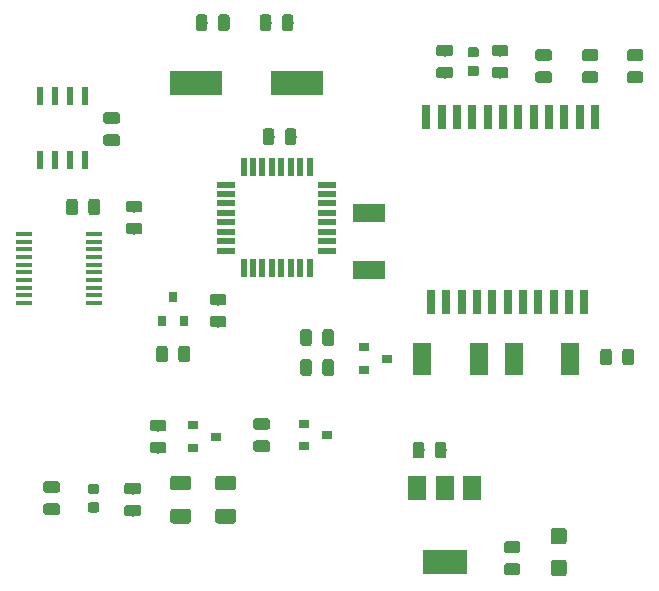
<source format=gbr>
%TF.GenerationSoftware,KiCad,Pcbnew,5.0.1-33cea8e~68~ubuntu18.04.1*%
%TF.CreationDate,2018-11-27T22:05:36+03:00*%
%TF.ProjectId,jeep-radio,6A6565702D726164696F2E6B69636164,rev?*%
%TF.SameCoordinates,Original*%
%TF.FileFunction,Paste,Top*%
%TF.FilePolarity,Positive*%
%FSLAX46Y46*%
G04 Gerber Fmt 4.6, Leading zero omitted, Abs format (unit mm)*
G04 Created by KiCad (PCBNEW 5.0.1-33cea8e~68~ubuntu18.04.1) date Вт 27 ноя 2018 22:05:36*
%MOMM*%
%LPD*%
G01*
G04 APERTURE LIST*
%ADD10C,0.100000*%
%ADD11C,0.975000*%
%ADD12R,0.700000X2.100000*%
%ADD13R,2.700000X1.500000*%
%ADD14R,4.500000X2.000000*%
%ADD15C,1.350000*%
%ADD16R,1.500000X2.700000*%
%ADD17C,0.875000*%
%ADD18R,0.550000X1.600000*%
%ADD19R,1.600000X0.550000*%
%ADD20R,0.600000X1.550000*%
%ADD21R,1.450000X0.450000*%
%ADD22R,3.800000X2.000000*%
%ADD23R,1.500000X2.000000*%
%ADD24R,0.800000X0.900000*%
%ADD25R,0.900000X0.800000*%
%ADD26C,1.250000*%
G04 APERTURE END LIST*
D10*
G36*
X154404142Y-73633174D02*
X154427803Y-73636684D01*
X154451007Y-73642496D01*
X154473529Y-73650554D01*
X154495153Y-73660782D01*
X154515670Y-73673079D01*
X154534883Y-73687329D01*
X154552607Y-73703393D01*
X154568671Y-73721117D01*
X154582921Y-73740330D01*
X154595218Y-73760847D01*
X154605446Y-73782471D01*
X154613504Y-73804993D01*
X154619316Y-73828197D01*
X154622826Y-73851858D01*
X154624000Y-73875750D01*
X154624000Y-74363250D01*
X154622826Y-74387142D01*
X154619316Y-74410803D01*
X154613504Y-74434007D01*
X154605446Y-74456529D01*
X154595218Y-74478153D01*
X154582921Y-74498670D01*
X154568671Y-74517883D01*
X154552607Y-74535607D01*
X154534883Y-74551671D01*
X154515670Y-74565921D01*
X154495153Y-74578218D01*
X154473529Y-74588446D01*
X154451007Y-74596504D01*
X154427803Y-74602316D01*
X154404142Y-74605826D01*
X154380250Y-74607000D01*
X153467750Y-74607000D01*
X153443858Y-74605826D01*
X153420197Y-74602316D01*
X153396993Y-74596504D01*
X153374471Y-74588446D01*
X153352847Y-74578218D01*
X153332330Y-74565921D01*
X153313117Y-74551671D01*
X153295393Y-74535607D01*
X153279329Y-74517883D01*
X153265079Y-74498670D01*
X153252782Y-74478153D01*
X153242554Y-74456529D01*
X153234496Y-74434007D01*
X153228684Y-74410803D01*
X153225174Y-74387142D01*
X153224000Y-74363250D01*
X153224000Y-73875750D01*
X153225174Y-73851858D01*
X153228684Y-73828197D01*
X153234496Y-73804993D01*
X153242554Y-73782471D01*
X153252782Y-73760847D01*
X153265079Y-73740330D01*
X153279329Y-73721117D01*
X153295393Y-73703393D01*
X153313117Y-73687329D01*
X153332330Y-73673079D01*
X153352847Y-73660782D01*
X153374471Y-73650554D01*
X153396993Y-73642496D01*
X153420197Y-73636684D01*
X153443858Y-73633174D01*
X153467750Y-73632000D01*
X154380250Y-73632000D01*
X154404142Y-73633174D01*
X154404142Y-73633174D01*
G37*
D11*
X153924000Y-74119500D03*
D10*
G36*
X154404142Y-75508174D02*
X154427803Y-75511684D01*
X154451007Y-75517496D01*
X154473529Y-75525554D01*
X154495153Y-75535782D01*
X154515670Y-75548079D01*
X154534883Y-75562329D01*
X154552607Y-75578393D01*
X154568671Y-75596117D01*
X154582921Y-75615330D01*
X154595218Y-75635847D01*
X154605446Y-75657471D01*
X154613504Y-75679993D01*
X154619316Y-75703197D01*
X154622826Y-75726858D01*
X154624000Y-75750750D01*
X154624000Y-76238250D01*
X154622826Y-76262142D01*
X154619316Y-76285803D01*
X154613504Y-76309007D01*
X154605446Y-76331529D01*
X154595218Y-76353153D01*
X154582921Y-76373670D01*
X154568671Y-76392883D01*
X154552607Y-76410607D01*
X154534883Y-76426671D01*
X154515670Y-76440921D01*
X154495153Y-76453218D01*
X154473529Y-76463446D01*
X154451007Y-76471504D01*
X154427803Y-76477316D01*
X154404142Y-76480826D01*
X154380250Y-76482000D01*
X153467750Y-76482000D01*
X153443858Y-76480826D01*
X153420197Y-76477316D01*
X153396993Y-76471504D01*
X153374471Y-76463446D01*
X153352847Y-76453218D01*
X153332330Y-76440921D01*
X153313117Y-76426671D01*
X153295393Y-76410607D01*
X153279329Y-76392883D01*
X153265079Y-76373670D01*
X153252782Y-76353153D01*
X153242554Y-76331529D01*
X153234496Y-76309007D01*
X153228684Y-76285803D01*
X153225174Y-76262142D01*
X153224000Y-76238250D01*
X153224000Y-75750750D01*
X153225174Y-75726858D01*
X153228684Y-75703197D01*
X153234496Y-75679993D01*
X153242554Y-75657471D01*
X153252782Y-75635847D01*
X153265079Y-75615330D01*
X153279329Y-75596117D01*
X153295393Y-75578393D01*
X153313117Y-75562329D01*
X153332330Y-75548079D01*
X153352847Y-75535782D01*
X153374471Y-75525554D01*
X153396993Y-75517496D01*
X153420197Y-75511684D01*
X153443858Y-75508174D01*
X153467750Y-75507000D01*
X154380250Y-75507000D01*
X154404142Y-75508174D01*
X154404142Y-75508174D01*
G37*
D11*
X153924000Y-75994500D03*
D12*
X154060000Y-95440000D03*
X155360000Y-95440000D03*
X156660000Y-95440000D03*
X157960000Y-95440000D03*
X159260000Y-95440000D03*
X160560000Y-95440000D03*
X161860000Y-95440000D03*
X163160000Y-95440000D03*
X164460000Y-95440000D03*
X165760000Y-95440000D03*
X152760000Y-95440000D03*
X152360000Y-79740000D03*
X153660000Y-79740000D03*
X154960000Y-79740000D03*
X156260000Y-79740000D03*
X157560000Y-79740000D03*
X158860000Y-79740000D03*
X160160000Y-79740000D03*
X161460000Y-79740000D03*
X162760000Y-79740000D03*
X164060000Y-79740000D03*
X165360000Y-79740000D03*
X166660000Y-79740000D03*
D13*
X147500000Y-92697000D03*
X147500000Y-87897000D03*
D14*
X141410000Y-76835000D03*
X132910000Y-76835000D03*
D10*
G36*
X170533142Y-75889174D02*
X170556803Y-75892684D01*
X170580007Y-75898496D01*
X170602529Y-75906554D01*
X170624153Y-75916782D01*
X170644670Y-75929079D01*
X170663883Y-75943329D01*
X170681607Y-75959393D01*
X170697671Y-75977117D01*
X170711921Y-75996330D01*
X170724218Y-76016847D01*
X170734446Y-76038471D01*
X170742504Y-76060993D01*
X170748316Y-76084197D01*
X170751826Y-76107858D01*
X170753000Y-76131750D01*
X170753000Y-76619250D01*
X170751826Y-76643142D01*
X170748316Y-76666803D01*
X170742504Y-76690007D01*
X170734446Y-76712529D01*
X170724218Y-76734153D01*
X170711921Y-76754670D01*
X170697671Y-76773883D01*
X170681607Y-76791607D01*
X170663883Y-76807671D01*
X170644670Y-76821921D01*
X170624153Y-76834218D01*
X170602529Y-76844446D01*
X170580007Y-76852504D01*
X170556803Y-76858316D01*
X170533142Y-76861826D01*
X170509250Y-76863000D01*
X169596750Y-76863000D01*
X169572858Y-76861826D01*
X169549197Y-76858316D01*
X169525993Y-76852504D01*
X169503471Y-76844446D01*
X169481847Y-76834218D01*
X169461330Y-76821921D01*
X169442117Y-76807671D01*
X169424393Y-76791607D01*
X169408329Y-76773883D01*
X169394079Y-76754670D01*
X169381782Y-76734153D01*
X169371554Y-76712529D01*
X169363496Y-76690007D01*
X169357684Y-76666803D01*
X169354174Y-76643142D01*
X169353000Y-76619250D01*
X169353000Y-76131750D01*
X169354174Y-76107858D01*
X169357684Y-76084197D01*
X169363496Y-76060993D01*
X169371554Y-76038471D01*
X169381782Y-76016847D01*
X169394079Y-75996330D01*
X169408329Y-75977117D01*
X169424393Y-75959393D01*
X169442117Y-75943329D01*
X169461330Y-75929079D01*
X169481847Y-75916782D01*
X169503471Y-75906554D01*
X169525993Y-75898496D01*
X169549197Y-75892684D01*
X169572858Y-75889174D01*
X169596750Y-75888000D01*
X170509250Y-75888000D01*
X170533142Y-75889174D01*
X170533142Y-75889174D01*
G37*
D11*
X170053000Y-76375500D03*
D10*
G36*
X170533142Y-74014174D02*
X170556803Y-74017684D01*
X170580007Y-74023496D01*
X170602529Y-74031554D01*
X170624153Y-74041782D01*
X170644670Y-74054079D01*
X170663883Y-74068329D01*
X170681607Y-74084393D01*
X170697671Y-74102117D01*
X170711921Y-74121330D01*
X170724218Y-74141847D01*
X170734446Y-74163471D01*
X170742504Y-74185993D01*
X170748316Y-74209197D01*
X170751826Y-74232858D01*
X170753000Y-74256750D01*
X170753000Y-74744250D01*
X170751826Y-74768142D01*
X170748316Y-74791803D01*
X170742504Y-74815007D01*
X170734446Y-74837529D01*
X170724218Y-74859153D01*
X170711921Y-74879670D01*
X170697671Y-74898883D01*
X170681607Y-74916607D01*
X170663883Y-74932671D01*
X170644670Y-74946921D01*
X170624153Y-74959218D01*
X170602529Y-74969446D01*
X170580007Y-74977504D01*
X170556803Y-74983316D01*
X170533142Y-74986826D01*
X170509250Y-74988000D01*
X169596750Y-74988000D01*
X169572858Y-74986826D01*
X169549197Y-74983316D01*
X169525993Y-74977504D01*
X169503471Y-74969446D01*
X169481847Y-74959218D01*
X169461330Y-74946921D01*
X169442117Y-74932671D01*
X169424393Y-74916607D01*
X169408329Y-74898883D01*
X169394079Y-74879670D01*
X169381782Y-74859153D01*
X169371554Y-74837529D01*
X169363496Y-74815007D01*
X169357684Y-74791803D01*
X169354174Y-74768142D01*
X169353000Y-74744250D01*
X169353000Y-74256750D01*
X169354174Y-74232858D01*
X169357684Y-74209197D01*
X169363496Y-74185993D01*
X169371554Y-74163471D01*
X169381782Y-74141847D01*
X169394079Y-74121330D01*
X169408329Y-74102117D01*
X169424393Y-74084393D01*
X169442117Y-74068329D01*
X169461330Y-74054079D01*
X169481847Y-74041782D01*
X169503471Y-74031554D01*
X169525993Y-74023496D01*
X169549197Y-74017684D01*
X169572858Y-74014174D01*
X169596750Y-74013000D01*
X170509250Y-74013000D01*
X170533142Y-74014174D01*
X170533142Y-74014174D01*
G37*
D11*
X170053000Y-74500500D03*
D10*
G36*
X153859142Y-107251174D02*
X153882803Y-107254684D01*
X153906007Y-107260496D01*
X153928529Y-107268554D01*
X153950153Y-107278782D01*
X153970670Y-107291079D01*
X153989883Y-107305329D01*
X154007607Y-107321393D01*
X154023671Y-107339117D01*
X154037921Y-107358330D01*
X154050218Y-107378847D01*
X154060446Y-107400471D01*
X154068504Y-107422993D01*
X154074316Y-107446197D01*
X154077826Y-107469858D01*
X154079000Y-107493750D01*
X154079000Y-108406250D01*
X154077826Y-108430142D01*
X154074316Y-108453803D01*
X154068504Y-108477007D01*
X154060446Y-108499529D01*
X154050218Y-108521153D01*
X154037921Y-108541670D01*
X154023671Y-108560883D01*
X154007607Y-108578607D01*
X153989883Y-108594671D01*
X153970670Y-108608921D01*
X153950153Y-108621218D01*
X153928529Y-108631446D01*
X153906007Y-108639504D01*
X153882803Y-108645316D01*
X153859142Y-108648826D01*
X153835250Y-108650000D01*
X153347750Y-108650000D01*
X153323858Y-108648826D01*
X153300197Y-108645316D01*
X153276993Y-108639504D01*
X153254471Y-108631446D01*
X153232847Y-108621218D01*
X153212330Y-108608921D01*
X153193117Y-108594671D01*
X153175393Y-108578607D01*
X153159329Y-108560883D01*
X153145079Y-108541670D01*
X153132782Y-108521153D01*
X153122554Y-108499529D01*
X153114496Y-108477007D01*
X153108684Y-108453803D01*
X153105174Y-108430142D01*
X153104000Y-108406250D01*
X153104000Y-107493750D01*
X153105174Y-107469858D01*
X153108684Y-107446197D01*
X153114496Y-107422993D01*
X153122554Y-107400471D01*
X153132782Y-107378847D01*
X153145079Y-107358330D01*
X153159329Y-107339117D01*
X153175393Y-107321393D01*
X153193117Y-107305329D01*
X153212330Y-107291079D01*
X153232847Y-107278782D01*
X153254471Y-107268554D01*
X153276993Y-107260496D01*
X153300197Y-107254684D01*
X153323858Y-107251174D01*
X153347750Y-107250000D01*
X153835250Y-107250000D01*
X153859142Y-107251174D01*
X153859142Y-107251174D01*
G37*
D11*
X153591500Y-107950000D03*
D10*
G36*
X151984142Y-107251174D02*
X152007803Y-107254684D01*
X152031007Y-107260496D01*
X152053529Y-107268554D01*
X152075153Y-107278782D01*
X152095670Y-107291079D01*
X152114883Y-107305329D01*
X152132607Y-107321393D01*
X152148671Y-107339117D01*
X152162921Y-107358330D01*
X152175218Y-107378847D01*
X152185446Y-107400471D01*
X152193504Y-107422993D01*
X152199316Y-107446197D01*
X152202826Y-107469858D01*
X152204000Y-107493750D01*
X152204000Y-108406250D01*
X152202826Y-108430142D01*
X152199316Y-108453803D01*
X152193504Y-108477007D01*
X152185446Y-108499529D01*
X152175218Y-108521153D01*
X152162921Y-108541670D01*
X152148671Y-108560883D01*
X152132607Y-108578607D01*
X152114883Y-108594671D01*
X152095670Y-108608921D01*
X152075153Y-108621218D01*
X152053529Y-108631446D01*
X152031007Y-108639504D01*
X152007803Y-108645316D01*
X151984142Y-108648826D01*
X151960250Y-108650000D01*
X151472750Y-108650000D01*
X151448858Y-108648826D01*
X151425197Y-108645316D01*
X151401993Y-108639504D01*
X151379471Y-108631446D01*
X151357847Y-108621218D01*
X151337330Y-108608921D01*
X151318117Y-108594671D01*
X151300393Y-108578607D01*
X151284329Y-108560883D01*
X151270079Y-108541670D01*
X151257782Y-108521153D01*
X151247554Y-108499529D01*
X151239496Y-108477007D01*
X151233684Y-108453803D01*
X151230174Y-108430142D01*
X151229000Y-108406250D01*
X151229000Y-107493750D01*
X151230174Y-107469858D01*
X151233684Y-107446197D01*
X151239496Y-107422993D01*
X151247554Y-107400471D01*
X151257782Y-107378847D01*
X151270079Y-107358330D01*
X151284329Y-107339117D01*
X151300393Y-107321393D01*
X151318117Y-107305329D01*
X151337330Y-107291079D01*
X151357847Y-107278782D01*
X151379471Y-107268554D01*
X151401993Y-107260496D01*
X151425197Y-107254684D01*
X151448858Y-107251174D01*
X151472750Y-107250000D01*
X151960250Y-107250000D01*
X151984142Y-107251174D01*
X151984142Y-107251174D01*
G37*
D11*
X151716500Y-107950000D03*
D10*
G36*
X160119142Y-117545174D02*
X160142803Y-117548684D01*
X160166007Y-117554496D01*
X160188529Y-117562554D01*
X160210153Y-117572782D01*
X160230670Y-117585079D01*
X160249883Y-117599329D01*
X160267607Y-117615393D01*
X160283671Y-117633117D01*
X160297921Y-117652330D01*
X160310218Y-117672847D01*
X160320446Y-117694471D01*
X160328504Y-117716993D01*
X160334316Y-117740197D01*
X160337826Y-117763858D01*
X160339000Y-117787750D01*
X160339000Y-118275250D01*
X160337826Y-118299142D01*
X160334316Y-118322803D01*
X160328504Y-118346007D01*
X160320446Y-118368529D01*
X160310218Y-118390153D01*
X160297921Y-118410670D01*
X160283671Y-118429883D01*
X160267607Y-118447607D01*
X160249883Y-118463671D01*
X160230670Y-118477921D01*
X160210153Y-118490218D01*
X160188529Y-118500446D01*
X160166007Y-118508504D01*
X160142803Y-118514316D01*
X160119142Y-118517826D01*
X160095250Y-118519000D01*
X159182750Y-118519000D01*
X159158858Y-118517826D01*
X159135197Y-118514316D01*
X159111993Y-118508504D01*
X159089471Y-118500446D01*
X159067847Y-118490218D01*
X159047330Y-118477921D01*
X159028117Y-118463671D01*
X159010393Y-118447607D01*
X158994329Y-118429883D01*
X158980079Y-118410670D01*
X158967782Y-118390153D01*
X158957554Y-118368529D01*
X158949496Y-118346007D01*
X158943684Y-118322803D01*
X158940174Y-118299142D01*
X158939000Y-118275250D01*
X158939000Y-117787750D01*
X158940174Y-117763858D01*
X158943684Y-117740197D01*
X158949496Y-117716993D01*
X158957554Y-117694471D01*
X158967782Y-117672847D01*
X158980079Y-117652330D01*
X158994329Y-117633117D01*
X159010393Y-117615393D01*
X159028117Y-117599329D01*
X159047330Y-117585079D01*
X159067847Y-117572782D01*
X159089471Y-117562554D01*
X159111993Y-117554496D01*
X159135197Y-117548684D01*
X159158858Y-117545174D01*
X159182750Y-117544000D01*
X160095250Y-117544000D01*
X160119142Y-117545174D01*
X160119142Y-117545174D01*
G37*
D11*
X159639000Y-118031500D03*
D10*
G36*
X160119142Y-115670174D02*
X160142803Y-115673684D01*
X160166007Y-115679496D01*
X160188529Y-115687554D01*
X160210153Y-115697782D01*
X160230670Y-115710079D01*
X160249883Y-115724329D01*
X160267607Y-115740393D01*
X160283671Y-115758117D01*
X160297921Y-115777330D01*
X160310218Y-115797847D01*
X160320446Y-115819471D01*
X160328504Y-115841993D01*
X160334316Y-115865197D01*
X160337826Y-115888858D01*
X160339000Y-115912750D01*
X160339000Y-116400250D01*
X160337826Y-116424142D01*
X160334316Y-116447803D01*
X160328504Y-116471007D01*
X160320446Y-116493529D01*
X160310218Y-116515153D01*
X160297921Y-116535670D01*
X160283671Y-116554883D01*
X160267607Y-116572607D01*
X160249883Y-116588671D01*
X160230670Y-116602921D01*
X160210153Y-116615218D01*
X160188529Y-116625446D01*
X160166007Y-116633504D01*
X160142803Y-116639316D01*
X160119142Y-116642826D01*
X160095250Y-116644000D01*
X159182750Y-116644000D01*
X159158858Y-116642826D01*
X159135197Y-116639316D01*
X159111993Y-116633504D01*
X159089471Y-116625446D01*
X159067847Y-116615218D01*
X159047330Y-116602921D01*
X159028117Y-116588671D01*
X159010393Y-116572607D01*
X158994329Y-116554883D01*
X158980079Y-116535670D01*
X158967782Y-116515153D01*
X158957554Y-116493529D01*
X158949496Y-116471007D01*
X158943684Y-116447803D01*
X158940174Y-116424142D01*
X158939000Y-116400250D01*
X158939000Y-115912750D01*
X158940174Y-115888858D01*
X158943684Y-115865197D01*
X158949496Y-115841993D01*
X158957554Y-115819471D01*
X158967782Y-115797847D01*
X158980079Y-115777330D01*
X158994329Y-115758117D01*
X159010393Y-115740393D01*
X159028117Y-115724329D01*
X159047330Y-115710079D01*
X159067847Y-115697782D01*
X159089471Y-115687554D01*
X159111993Y-115679496D01*
X159135197Y-115673684D01*
X159158858Y-115670174D01*
X159182750Y-115669000D01*
X160095250Y-115669000D01*
X160119142Y-115670174D01*
X160119142Y-115670174D01*
G37*
D11*
X159639000Y-116156500D03*
D10*
G36*
X162786142Y-74014174D02*
X162809803Y-74017684D01*
X162833007Y-74023496D01*
X162855529Y-74031554D01*
X162877153Y-74041782D01*
X162897670Y-74054079D01*
X162916883Y-74068329D01*
X162934607Y-74084393D01*
X162950671Y-74102117D01*
X162964921Y-74121330D01*
X162977218Y-74141847D01*
X162987446Y-74163471D01*
X162995504Y-74185993D01*
X163001316Y-74209197D01*
X163004826Y-74232858D01*
X163006000Y-74256750D01*
X163006000Y-74744250D01*
X163004826Y-74768142D01*
X163001316Y-74791803D01*
X162995504Y-74815007D01*
X162987446Y-74837529D01*
X162977218Y-74859153D01*
X162964921Y-74879670D01*
X162950671Y-74898883D01*
X162934607Y-74916607D01*
X162916883Y-74932671D01*
X162897670Y-74946921D01*
X162877153Y-74959218D01*
X162855529Y-74969446D01*
X162833007Y-74977504D01*
X162809803Y-74983316D01*
X162786142Y-74986826D01*
X162762250Y-74988000D01*
X161849750Y-74988000D01*
X161825858Y-74986826D01*
X161802197Y-74983316D01*
X161778993Y-74977504D01*
X161756471Y-74969446D01*
X161734847Y-74959218D01*
X161714330Y-74946921D01*
X161695117Y-74932671D01*
X161677393Y-74916607D01*
X161661329Y-74898883D01*
X161647079Y-74879670D01*
X161634782Y-74859153D01*
X161624554Y-74837529D01*
X161616496Y-74815007D01*
X161610684Y-74791803D01*
X161607174Y-74768142D01*
X161606000Y-74744250D01*
X161606000Y-74256750D01*
X161607174Y-74232858D01*
X161610684Y-74209197D01*
X161616496Y-74185993D01*
X161624554Y-74163471D01*
X161634782Y-74141847D01*
X161647079Y-74121330D01*
X161661329Y-74102117D01*
X161677393Y-74084393D01*
X161695117Y-74068329D01*
X161714330Y-74054079D01*
X161734847Y-74041782D01*
X161756471Y-74031554D01*
X161778993Y-74023496D01*
X161802197Y-74017684D01*
X161825858Y-74014174D01*
X161849750Y-74013000D01*
X162762250Y-74013000D01*
X162786142Y-74014174D01*
X162786142Y-74014174D01*
G37*
D11*
X162306000Y-74500500D03*
D10*
G36*
X162786142Y-75889174D02*
X162809803Y-75892684D01*
X162833007Y-75898496D01*
X162855529Y-75906554D01*
X162877153Y-75916782D01*
X162897670Y-75929079D01*
X162916883Y-75943329D01*
X162934607Y-75959393D01*
X162950671Y-75977117D01*
X162964921Y-75996330D01*
X162977218Y-76016847D01*
X162987446Y-76038471D01*
X162995504Y-76060993D01*
X163001316Y-76084197D01*
X163004826Y-76107858D01*
X163006000Y-76131750D01*
X163006000Y-76619250D01*
X163004826Y-76643142D01*
X163001316Y-76666803D01*
X162995504Y-76690007D01*
X162987446Y-76712529D01*
X162977218Y-76734153D01*
X162964921Y-76754670D01*
X162950671Y-76773883D01*
X162934607Y-76791607D01*
X162916883Y-76807671D01*
X162897670Y-76821921D01*
X162877153Y-76834218D01*
X162855529Y-76844446D01*
X162833007Y-76852504D01*
X162809803Y-76858316D01*
X162786142Y-76861826D01*
X162762250Y-76863000D01*
X161849750Y-76863000D01*
X161825858Y-76861826D01*
X161802197Y-76858316D01*
X161778993Y-76852504D01*
X161756471Y-76844446D01*
X161734847Y-76834218D01*
X161714330Y-76821921D01*
X161695117Y-76807671D01*
X161677393Y-76791607D01*
X161661329Y-76773883D01*
X161647079Y-76754670D01*
X161634782Y-76734153D01*
X161624554Y-76712529D01*
X161616496Y-76690007D01*
X161610684Y-76666803D01*
X161607174Y-76643142D01*
X161606000Y-76619250D01*
X161606000Y-76131750D01*
X161607174Y-76107858D01*
X161610684Y-76084197D01*
X161616496Y-76060993D01*
X161624554Y-76038471D01*
X161634782Y-76016847D01*
X161647079Y-75996330D01*
X161661329Y-75977117D01*
X161677393Y-75959393D01*
X161695117Y-75943329D01*
X161714330Y-75929079D01*
X161734847Y-75916782D01*
X161756471Y-75906554D01*
X161778993Y-75898496D01*
X161802197Y-75892684D01*
X161825858Y-75889174D01*
X161849750Y-75888000D01*
X162762250Y-75888000D01*
X162786142Y-75889174D01*
X162786142Y-75889174D01*
G37*
D11*
X162306000Y-76375500D03*
D10*
G36*
X166723142Y-75889174D02*
X166746803Y-75892684D01*
X166770007Y-75898496D01*
X166792529Y-75906554D01*
X166814153Y-75916782D01*
X166834670Y-75929079D01*
X166853883Y-75943329D01*
X166871607Y-75959393D01*
X166887671Y-75977117D01*
X166901921Y-75996330D01*
X166914218Y-76016847D01*
X166924446Y-76038471D01*
X166932504Y-76060993D01*
X166938316Y-76084197D01*
X166941826Y-76107858D01*
X166943000Y-76131750D01*
X166943000Y-76619250D01*
X166941826Y-76643142D01*
X166938316Y-76666803D01*
X166932504Y-76690007D01*
X166924446Y-76712529D01*
X166914218Y-76734153D01*
X166901921Y-76754670D01*
X166887671Y-76773883D01*
X166871607Y-76791607D01*
X166853883Y-76807671D01*
X166834670Y-76821921D01*
X166814153Y-76834218D01*
X166792529Y-76844446D01*
X166770007Y-76852504D01*
X166746803Y-76858316D01*
X166723142Y-76861826D01*
X166699250Y-76863000D01*
X165786750Y-76863000D01*
X165762858Y-76861826D01*
X165739197Y-76858316D01*
X165715993Y-76852504D01*
X165693471Y-76844446D01*
X165671847Y-76834218D01*
X165651330Y-76821921D01*
X165632117Y-76807671D01*
X165614393Y-76791607D01*
X165598329Y-76773883D01*
X165584079Y-76754670D01*
X165571782Y-76734153D01*
X165561554Y-76712529D01*
X165553496Y-76690007D01*
X165547684Y-76666803D01*
X165544174Y-76643142D01*
X165543000Y-76619250D01*
X165543000Y-76131750D01*
X165544174Y-76107858D01*
X165547684Y-76084197D01*
X165553496Y-76060993D01*
X165561554Y-76038471D01*
X165571782Y-76016847D01*
X165584079Y-75996330D01*
X165598329Y-75977117D01*
X165614393Y-75959393D01*
X165632117Y-75943329D01*
X165651330Y-75929079D01*
X165671847Y-75916782D01*
X165693471Y-75906554D01*
X165715993Y-75898496D01*
X165739197Y-75892684D01*
X165762858Y-75889174D01*
X165786750Y-75888000D01*
X166699250Y-75888000D01*
X166723142Y-75889174D01*
X166723142Y-75889174D01*
G37*
D11*
X166243000Y-76375500D03*
D10*
G36*
X166723142Y-74014174D02*
X166746803Y-74017684D01*
X166770007Y-74023496D01*
X166792529Y-74031554D01*
X166814153Y-74041782D01*
X166834670Y-74054079D01*
X166853883Y-74068329D01*
X166871607Y-74084393D01*
X166887671Y-74102117D01*
X166901921Y-74121330D01*
X166914218Y-74141847D01*
X166924446Y-74163471D01*
X166932504Y-74185993D01*
X166938316Y-74209197D01*
X166941826Y-74232858D01*
X166943000Y-74256750D01*
X166943000Y-74744250D01*
X166941826Y-74768142D01*
X166938316Y-74791803D01*
X166932504Y-74815007D01*
X166924446Y-74837529D01*
X166914218Y-74859153D01*
X166901921Y-74879670D01*
X166887671Y-74898883D01*
X166871607Y-74916607D01*
X166853883Y-74932671D01*
X166834670Y-74946921D01*
X166814153Y-74959218D01*
X166792529Y-74969446D01*
X166770007Y-74977504D01*
X166746803Y-74983316D01*
X166723142Y-74986826D01*
X166699250Y-74988000D01*
X165786750Y-74988000D01*
X165762858Y-74986826D01*
X165739197Y-74983316D01*
X165715993Y-74977504D01*
X165693471Y-74969446D01*
X165671847Y-74959218D01*
X165651330Y-74946921D01*
X165632117Y-74932671D01*
X165614393Y-74916607D01*
X165598329Y-74898883D01*
X165584079Y-74879670D01*
X165571782Y-74859153D01*
X165561554Y-74837529D01*
X165553496Y-74815007D01*
X165547684Y-74791803D01*
X165544174Y-74768142D01*
X165543000Y-74744250D01*
X165543000Y-74256750D01*
X165544174Y-74232858D01*
X165547684Y-74209197D01*
X165553496Y-74185993D01*
X165561554Y-74163471D01*
X165571782Y-74141847D01*
X165584079Y-74121330D01*
X165598329Y-74102117D01*
X165614393Y-74084393D01*
X165632117Y-74068329D01*
X165651330Y-74054079D01*
X165671847Y-74041782D01*
X165693471Y-74031554D01*
X165715993Y-74023496D01*
X165739197Y-74017684D01*
X165762858Y-74014174D01*
X165786750Y-74013000D01*
X166699250Y-74013000D01*
X166723142Y-74014174D01*
X166723142Y-74014174D01*
G37*
D11*
X166243000Y-74500500D03*
D10*
G36*
X135227142Y-94715174D02*
X135250803Y-94718684D01*
X135274007Y-94724496D01*
X135296529Y-94732554D01*
X135318153Y-94742782D01*
X135338670Y-94755079D01*
X135357883Y-94769329D01*
X135375607Y-94785393D01*
X135391671Y-94803117D01*
X135405921Y-94822330D01*
X135418218Y-94842847D01*
X135428446Y-94864471D01*
X135436504Y-94886993D01*
X135442316Y-94910197D01*
X135445826Y-94933858D01*
X135447000Y-94957750D01*
X135447000Y-95445250D01*
X135445826Y-95469142D01*
X135442316Y-95492803D01*
X135436504Y-95516007D01*
X135428446Y-95538529D01*
X135418218Y-95560153D01*
X135405921Y-95580670D01*
X135391671Y-95599883D01*
X135375607Y-95617607D01*
X135357883Y-95633671D01*
X135338670Y-95647921D01*
X135318153Y-95660218D01*
X135296529Y-95670446D01*
X135274007Y-95678504D01*
X135250803Y-95684316D01*
X135227142Y-95687826D01*
X135203250Y-95689000D01*
X134290750Y-95689000D01*
X134266858Y-95687826D01*
X134243197Y-95684316D01*
X134219993Y-95678504D01*
X134197471Y-95670446D01*
X134175847Y-95660218D01*
X134155330Y-95647921D01*
X134136117Y-95633671D01*
X134118393Y-95617607D01*
X134102329Y-95599883D01*
X134088079Y-95580670D01*
X134075782Y-95560153D01*
X134065554Y-95538529D01*
X134057496Y-95516007D01*
X134051684Y-95492803D01*
X134048174Y-95469142D01*
X134047000Y-95445250D01*
X134047000Y-94957750D01*
X134048174Y-94933858D01*
X134051684Y-94910197D01*
X134057496Y-94886993D01*
X134065554Y-94864471D01*
X134075782Y-94842847D01*
X134088079Y-94822330D01*
X134102329Y-94803117D01*
X134118393Y-94785393D01*
X134136117Y-94769329D01*
X134155330Y-94755079D01*
X134175847Y-94742782D01*
X134197471Y-94732554D01*
X134219993Y-94724496D01*
X134243197Y-94718684D01*
X134266858Y-94715174D01*
X134290750Y-94714000D01*
X135203250Y-94714000D01*
X135227142Y-94715174D01*
X135227142Y-94715174D01*
G37*
D11*
X134747000Y-95201500D03*
D10*
G36*
X135227142Y-96590174D02*
X135250803Y-96593684D01*
X135274007Y-96599496D01*
X135296529Y-96607554D01*
X135318153Y-96617782D01*
X135338670Y-96630079D01*
X135357883Y-96644329D01*
X135375607Y-96660393D01*
X135391671Y-96678117D01*
X135405921Y-96697330D01*
X135418218Y-96717847D01*
X135428446Y-96739471D01*
X135436504Y-96761993D01*
X135442316Y-96785197D01*
X135445826Y-96808858D01*
X135447000Y-96832750D01*
X135447000Y-97320250D01*
X135445826Y-97344142D01*
X135442316Y-97367803D01*
X135436504Y-97391007D01*
X135428446Y-97413529D01*
X135418218Y-97435153D01*
X135405921Y-97455670D01*
X135391671Y-97474883D01*
X135375607Y-97492607D01*
X135357883Y-97508671D01*
X135338670Y-97522921D01*
X135318153Y-97535218D01*
X135296529Y-97545446D01*
X135274007Y-97553504D01*
X135250803Y-97559316D01*
X135227142Y-97562826D01*
X135203250Y-97564000D01*
X134290750Y-97564000D01*
X134266858Y-97562826D01*
X134243197Y-97559316D01*
X134219993Y-97553504D01*
X134197471Y-97545446D01*
X134175847Y-97535218D01*
X134155330Y-97522921D01*
X134136117Y-97508671D01*
X134118393Y-97492607D01*
X134102329Y-97474883D01*
X134088079Y-97455670D01*
X134075782Y-97435153D01*
X134065554Y-97413529D01*
X134057496Y-97391007D01*
X134051684Y-97367803D01*
X134048174Y-97344142D01*
X134047000Y-97320250D01*
X134047000Y-96832750D01*
X134048174Y-96808858D01*
X134051684Y-96785197D01*
X134057496Y-96761993D01*
X134065554Y-96739471D01*
X134075782Y-96717847D01*
X134088079Y-96697330D01*
X134102329Y-96678117D01*
X134118393Y-96660393D01*
X134136117Y-96644329D01*
X134155330Y-96630079D01*
X134175847Y-96617782D01*
X134197471Y-96607554D01*
X134219993Y-96599496D01*
X134243197Y-96593684D01*
X134266858Y-96590174D01*
X134290750Y-96589000D01*
X135203250Y-96589000D01*
X135227142Y-96590174D01*
X135227142Y-96590174D01*
G37*
D11*
X134747000Y-97076500D03*
D10*
G36*
X141159142Y-80708174D02*
X141182803Y-80711684D01*
X141206007Y-80717496D01*
X141228529Y-80725554D01*
X141250153Y-80735782D01*
X141270670Y-80748079D01*
X141289883Y-80762329D01*
X141307607Y-80778393D01*
X141323671Y-80796117D01*
X141337921Y-80815330D01*
X141350218Y-80835847D01*
X141360446Y-80857471D01*
X141368504Y-80879993D01*
X141374316Y-80903197D01*
X141377826Y-80926858D01*
X141379000Y-80950750D01*
X141379000Y-81863250D01*
X141377826Y-81887142D01*
X141374316Y-81910803D01*
X141368504Y-81934007D01*
X141360446Y-81956529D01*
X141350218Y-81978153D01*
X141337921Y-81998670D01*
X141323671Y-82017883D01*
X141307607Y-82035607D01*
X141289883Y-82051671D01*
X141270670Y-82065921D01*
X141250153Y-82078218D01*
X141228529Y-82088446D01*
X141206007Y-82096504D01*
X141182803Y-82102316D01*
X141159142Y-82105826D01*
X141135250Y-82107000D01*
X140647750Y-82107000D01*
X140623858Y-82105826D01*
X140600197Y-82102316D01*
X140576993Y-82096504D01*
X140554471Y-82088446D01*
X140532847Y-82078218D01*
X140512330Y-82065921D01*
X140493117Y-82051671D01*
X140475393Y-82035607D01*
X140459329Y-82017883D01*
X140445079Y-81998670D01*
X140432782Y-81978153D01*
X140422554Y-81956529D01*
X140414496Y-81934007D01*
X140408684Y-81910803D01*
X140405174Y-81887142D01*
X140404000Y-81863250D01*
X140404000Y-80950750D01*
X140405174Y-80926858D01*
X140408684Y-80903197D01*
X140414496Y-80879993D01*
X140422554Y-80857471D01*
X140432782Y-80835847D01*
X140445079Y-80815330D01*
X140459329Y-80796117D01*
X140475393Y-80778393D01*
X140493117Y-80762329D01*
X140512330Y-80748079D01*
X140532847Y-80735782D01*
X140554471Y-80725554D01*
X140576993Y-80717496D01*
X140600197Y-80711684D01*
X140623858Y-80708174D01*
X140647750Y-80707000D01*
X141135250Y-80707000D01*
X141159142Y-80708174D01*
X141159142Y-80708174D01*
G37*
D11*
X140891500Y-81407000D03*
D10*
G36*
X139284142Y-80708174D02*
X139307803Y-80711684D01*
X139331007Y-80717496D01*
X139353529Y-80725554D01*
X139375153Y-80735782D01*
X139395670Y-80748079D01*
X139414883Y-80762329D01*
X139432607Y-80778393D01*
X139448671Y-80796117D01*
X139462921Y-80815330D01*
X139475218Y-80835847D01*
X139485446Y-80857471D01*
X139493504Y-80879993D01*
X139499316Y-80903197D01*
X139502826Y-80926858D01*
X139504000Y-80950750D01*
X139504000Y-81863250D01*
X139502826Y-81887142D01*
X139499316Y-81910803D01*
X139493504Y-81934007D01*
X139485446Y-81956529D01*
X139475218Y-81978153D01*
X139462921Y-81998670D01*
X139448671Y-82017883D01*
X139432607Y-82035607D01*
X139414883Y-82051671D01*
X139395670Y-82065921D01*
X139375153Y-82078218D01*
X139353529Y-82088446D01*
X139331007Y-82096504D01*
X139307803Y-82102316D01*
X139284142Y-82105826D01*
X139260250Y-82107000D01*
X138772750Y-82107000D01*
X138748858Y-82105826D01*
X138725197Y-82102316D01*
X138701993Y-82096504D01*
X138679471Y-82088446D01*
X138657847Y-82078218D01*
X138637330Y-82065921D01*
X138618117Y-82051671D01*
X138600393Y-82035607D01*
X138584329Y-82017883D01*
X138570079Y-81998670D01*
X138557782Y-81978153D01*
X138547554Y-81956529D01*
X138539496Y-81934007D01*
X138533684Y-81910803D01*
X138530174Y-81887142D01*
X138529000Y-81863250D01*
X138529000Y-80950750D01*
X138530174Y-80926858D01*
X138533684Y-80903197D01*
X138539496Y-80879993D01*
X138547554Y-80857471D01*
X138557782Y-80835847D01*
X138570079Y-80815330D01*
X138584329Y-80796117D01*
X138600393Y-80778393D01*
X138618117Y-80762329D01*
X138637330Y-80748079D01*
X138657847Y-80735782D01*
X138679471Y-80725554D01*
X138701993Y-80717496D01*
X138725197Y-80711684D01*
X138748858Y-80708174D01*
X138772750Y-80707000D01*
X139260250Y-80707000D01*
X139284142Y-80708174D01*
X139284142Y-80708174D01*
G37*
D11*
X139016500Y-81407000D03*
D10*
G36*
X139030142Y-71056174D02*
X139053803Y-71059684D01*
X139077007Y-71065496D01*
X139099529Y-71073554D01*
X139121153Y-71083782D01*
X139141670Y-71096079D01*
X139160883Y-71110329D01*
X139178607Y-71126393D01*
X139194671Y-71144117D01*
X139208921Y-71163330D01*
X139221218Y-71183847D01*
X139231446Y-71205471D01*
X139239504Y-71227993D01*
X139245316Y-71251197D01*
X139248826Y-71274858D01*
X139250000Y-71298750D01*
X139250000Y-72211250D01*
X139248826Y-72235142D01*
X139245316Y-72258803D01*
X139239504Y-72282007D01*
X139231446Y-72304529D01*
X139221218Y-72326153D01*
X139208921Y-72346670D01*
X139194671Y-72365883D01*
X139178607Y-72383607D01*
X139160883Y-72399671D01*
X139141670Y-72413921D01*
X139121153Y-72426218D01*
X139099529Y-72436446D01*
X139077007Y-72444504D01*
X139053803Y-72450316D01*
X139030142Y-72453826D01*
X139006250Y-72455000D01*
X138518750Y-72455000D01*
X138494858Y-72453826D01*
X138471197Y-72450316D01*
X138447993Y-72444504D01*
X138425471Y-72436446D01*
X138403847Y-72426218D01*
X138383330Y-72413921D01*
X138364117Y-72399671D01*
X138346393Y-72383607D01*
X138330329Y-72365883D01*
X138316079Y-72346670D01*
X138303782Y-72326153D01*
X138293554Y-72304529D01*
X138285496Y-72282007D01*
X138279684Y-72258803D01*
X138276174Y-72235142D01*
X138275000Y-72211250D01*
X138275000Y-71298750D01*
X138276174Y-71274858D01*
X138279684Y-71251197D01*
X138285496Y-71227993D01*
X138293554Y-71205471D01*
X138303782Y-71183847D01*
X138316079Y-71163330D01*
X138330329Y-71144117D01*
X138346393Y-71126393D01*
X138364117Y-71110329D01*
X138383330Y-71096079D01*
X138403847Y-71083782D01*
X138425471Y-71073554D01*
X138447993Y-71065496D01*
X138471197Y-71059684D01*
X138494858Y-71056174D01*
X138518750Y-71055000D01*
X139006250Y-71055000D01*
X139030142Y-71056174D01*
X139030142Y-71056174D01*
G37*
D11*
X138762500Y-71755000D03*
D10*
G36*
X140905142Y-71056174D02*
X140928803Y-71059684D01*
X140952007Y-71065496D01*
X140974529Y-71073554D01*
X140996153Y-71083782D01*
X141016670Y-71096079D01*
X141035883Y-71110329D01*
X141053607Y-71126393D01*
X141069671Y-71144117D01*
X141083921Y-71163330D01*
X141096218Y-71183847D01*
X141106446Y-71205471D01*
X141114504Y-71227993D01*
X141120316Y-71251197D01*
X141123826Y-71274858D01*
X141125000Y-71298750D01*
X141125000Y-72211250D01*
X141123826Y-72235142D01*
X141120316Y-72258803D01*
X141114504Y-72282007D01*
X141106446Y-72304529D01*
X141096218Y-72326153D01*
X141083921Y-72346670D01*
X141069671Y-72365883D01*
X141053607Y-72383607D01*
X141035883Y-72399671D01*
X141016670Y-72413921D01*
X140996153Y-72426218D01*
X140974529Y-72436446D01*
X140952007Y-72444504D01*
X140928803Y-72450316D01*
X140905142Y-72453826D01*
X140881250Y-72455000D01*
X140393750Y-72455000D01*
X140369858Y-72453826D01*
X140346197Y-72450316D01*
X140322993Y-72444504D01*
X140300471Y-72436446D01*
X140278847Y-72426218D01*
X140258330Y-72413921D01*
X140239117Y-72399671D01*
X140221393Y-72383607D01*
X140205329Y-72365883D01*
X140191079Y-72346670D01*
X140178782Y-72326153D01*
X140168554Y-72304529D01*
X140160496Y-72282007D01*
X140154684Y-72258803D01*
X140151174Y-72235142D01*
X140150000Y-72211250D01*
X140150000Y-71298750D01*
X140151174Y-71274858D01*
X140154684Y-71251197D01*
X140160496Y-71227993D01*
X140168554Y-71205471D01*
X140178782Y-71183847D01*
X140191079Y-71163330D01*
X140205329Y-71144117D01*
X140221393Y-71126393D01*
X140239117Y-71110329D01*
X140258330Y-71096079D01*
X140278847Y-71083782D01*
X140300471Y-71073554D01*
X140322993Y-71065496D01*
X140346197Y-71059684D01*
X140369858Y-71056174D01*
X140393750Y-71055000D01*
X140881250Y-71055000D01*
X140905142Y-71056174D01*
X140905142Y-71056174D01*
G37*
D11*
X140637500Y-71755000D03*
D10*
G36*
X133617642Y-71056174D02*
X133641303Y-71059684D01*
X133664507Y-71065496D01*
X133687029Y-71073554D01*
X133708653Y-71083782D01*
X133729170Y-71096079D01*
X133748383Y-71110329D01*
X133766107Y-71126393D01*
X133782171Y-71144117D01*
X133796421Y-71163330D01*
X133808718Y-71183847D01*
X133818946Y-71205471D01*
X133827004Y-71227993D01*
X133832816Y-71251197D01*
X133836326Y-71274858D01*
X133837500Y-71298750D01*
X133837500Y-72211250D01*
X133836326Y-72235142D01*
X133832816Y-72258803D01*
X133827004Y-72282007D01*
X133818946Y-72304529D01*
X133808718Y-72326153D01*
X133796421Y-72346670D01*
X133782171Y-72365883D01*
X133766107Y-72383607D01*
X133748383Y-72399671D01*
X133729170Y-72413921D01*
X133708653Y-72426218D01*
X133687029Y-72436446D01*
X133664507Y-72444504D01*
X133641303Y-72450316D01*
X133617642Y-72453826D01*
X133593750Y-72455000D01*
X133106250Y-72455000D01*
X133082358Y-72453826D01*
X133058697Y-72450316D01*
X133035493Y-72444504D01*
X133012971Y-72436446D01*
X132991347Y-72426218D01*
X132970830Y-72413921D01*
X132951617Y-72399671D01*
X132933893Y-72383607D01*
X132917829Y-72365883D01*
X132903579Y-72346670D01*
X132891282Y-72326153D01*
X132881054Y-72304529D01*
X132872996Y-72282007D01*
X132867184Y-72258803D01*
X132863674Y-72235142D01*
X132862500Y-72211250D01*
X132862500Y-71298750D01*
X132863674Y-71274858D01*
X132867184Y-71251197D01*
X132872996Y-71227993D01*
X132881054Y-71205471D01*
X132891282Y-71183847D01*
X132903579Y-71163330D01*
X132917829Y-71144117D01*
X132933893Y-71126393D01*
X132951617Y-71110329D01*
X132970830Y-71096079D01*
X132991347Y-71083782D01*
X133012971Y-71073554D01*
X133035493Y-71065496D01*
X133058697Y-71059684D01*
X133082358Y-71056174D01*
X133106250Y-71055000D01*
X133593750Y-71055000D01*
X133617642Y-71056174D01*
X133617642Y-71056174D01*
G37*
D11*
X133350000Y-71755000D03*
D10*
G36*
X135492642Y-71056174D02*
X135516303Y-71059684D01*
X135539507Y-71065496D01*
X135562029Y-71073554D01*
X135583653Y-71083782D01*
X135604170Y-71096079D01*
X135623383Y-71110329D01*
X135641107Y-71126393D01*
X135657171Y-71144117D01*
X135671421Y-71163330D01*
X135683718Y-71183847D01*
X135693946Y-71205471D01*
X135702004Y-71227993D01*
X135707816Y-71251197D01*
X135711326Y-71274858D01*
X135712500Y-71298750D01*
X135712500Y-72211250D01*
X135711326Y-72235142D01*
X135707816Y-72258803D01*
X135702004Y-72282007D01*
X135693946Y-72304529D01*
X135683718Y-72326153D01*
X135671421Y-72346670D01*
X135657171Y-72365883D01*
X135641107Y-72383607D01*
X135623383Y-72399671D01*
X135604170Y-72413921D01*
X135583653Y-72426218D01*
X135562029Y-72436446D01*
X135539507Y-72444504D01*
X135516303Y-72450316D01*
X135492642Y-72453826D01*
X135468750Y-72455000D01*
X134981250Y-72455000D01*
X134957358Y-72453826D01*
X134933697Y-72450316D01*
X134910493Y-72444504D01*
X134887971Y-72436446D01*
X134866347Y-72426218D01*
X134845830Y-72413921D01*
X134826617Y-72399671D01*
X134808893Y-72383607D01*
X134792829Y-72365883D01*
X134778579Y-72346670D01*
X134766282Y-72326153D01*
X134756054Y-72304529D01*
X134747996Y-72282007D01*
X134742184Y-72258803D01*
X134738674Y-72235142D01*
X134737500Y-72211250D01*
X134737500Y-71298750D01*
X134738674Y-71274858D01*
X134742184Y-71251197D01*
X134747996Y-71227993D01*
X134756054Y-71205471D01*
X134766282Y-71183847D01*
X134778579Y-71163330D01*
X134792829Y-71144117D01*
X134808893Y-71126393D01*
X134826617Y-71110329D01*
X134845830Y-71096079D01*
X134866347Y-71083782D01*
X134887971Y-71073554D01*
X134910493Y-71065496D01*
X134933697Y-71059684D01*
X134957358Y-71056174D01*
X134981250Y-71055000D01*
X135468750Y-71055000D01*
X135492642Y-71056174D01*
X135492642Y-71056174D01*
G37*
D11*
X135225000Y-71755000D03*
D10*
G36*
X122647142Y-86677174D02*
X122670803Y-86680684D01*
X122694007Y-86686496D01*
X122716529Y-86694554D01*
X122738153Y-86704782D01*
X122758670Y-86717079D01*
X122777883Y-86731329D01*
X122795607Y-86747393D01*
X122811671Y-86765117D01*
X122825921Y-86784330D01*
X122838218Y-86804847D01*
X122848446Y-86826471D01*
X122856504Y-86848993D01*
X122862316Y-86872197D01*
X122865826Y-86895858D01*
X122867000Y-86919750D01*
X122867000Y-87832250D01*
X122865826Y-87856142D01*
X122862316Y-87879803D01*
X122856504Y-87903007D01*
X122848446Y-87925529D01*
X122838218Y-87947153D01*
X122825921Y-87967670D01*
X122811671Y-87986883D01*
X122795607Y-88004607D01*
X122777883Y-88020671D01*
X122758670Y-88034921D01*
X122738153Y-88047218D01*
X122716529Y-88057446D01*
X122694007Y-88065504D01*
X122670803Y-88071316D01*
X122647142Y-88074826D01*
X122623250Y-88076000D01*
X122135750Y-88076000D01*
X122111858Y-88074826D01*
X122088197Y-88071316D01*
X122064993Y-88065504D01*
X122042471Y-88057446D01*
X122020847Y-88047218D01*
X122000330Y-88034921D01*
X121981117Y-88020671D01*
X121963393Y-88004607D01*
X121947329Y-87986883D01*
X121933079Y-87967670D01*
X121920782Y-87947153D01*
X121910554Y-87925529D01*
X121902496Y-87903007D01*
X121896684Y-87879803D01*
X121893174Y-87856142D01*
X121892000Y-87832250D01*
X121892000Y-86919750D01*
X121893174Y-86895858D01*
X121896684Y-86872197D01*
X121902496Y-86848993D01*
X121910554Y-86826471D01*
X121920782Y-86804847D01*
X121933079Y-86784330D01*
X121947329Y-86765117D01*
X121963393Y-86747393D01*
X121981117Y-86731329D01*
X122000330Y-86717079D01*
X122020847Y-86704782D01*
X122042471Y-86694554D01*
X122064993Y-86686496D01*
X122088197Y-86680684D01*
X122111858Y-86677174D01*
X122135750Y-86676000D01*
X122623250Y-86676000D01*
X122647142Y-86677174D01*
X122647142Y-86677174D01*
G37*
D11*
X122379500Y-87376000D03*
D10*
G36*
X124522142Y-86677174D02*
X124545803Y-86680684D01*
X124569007Y-86686496D01*
X124591529Y-86694554D01*
X124613153Y-86704782D01*
X124633670Y-86717079D01*
X124652883Y-86731329D01*
X124670607Y-86747393D01*
X124686671Y-86765117D01*
X124700921Y-86784330D01*
X124713218Y-86804847D01*
X124723446Y-86826471D01*
X124731504Y-86848993D01*
X124737316Y-86872197D01*
X124740826Y-86895858D01*
X124742000Y-86919750D01*
X124742000Y-87832250D01*
X124740826Y-87856142D01*
X124737316Y-87879803D01*
X124731504Y-87903007D01*
X124723446Y-87925529D01*
X124713218Y-87947153D01*
X124700921Y-87967670D01*
X124686671Y-87986883D01*
X124670607Y-88004607D01*
X124652883Y-88020671D01*
X124633670Y-88034921D01*
X124613153Y-88047218D01*
X124591529Y-88057446D01*
X124569007Y-88065504D01*
X124545803Y-88071316D01*
X124522142Y-88074826D01*
X124498250Y-88076000D01*
X124010750Y-88076000D01*
X123986858Y-88074826D01*
X123963197Y-88071316D01*
X123939993Y-88065504D01*
X123917471Y-88057446D01*
X123895847Y-88047218D01*
X123875330Y-88034921D01*
X123856117Y-88020671D01*
X123838393Y-88004607D01*
X123822329Y-87986883D01*
X123808079Y-87967670D01*
X123795782Y-87947153D01*
X123785554Y-87925529D01*
X123777496Y-87903007D01*
X123771684Y-87879803D01*
X123768174Y-87856142D01*
X123767000Y-87832250D01*
X123767000Y-86919750D01*
X123768174Y-86895858D01*
X123771684Y-86872197D01*
X123777496Y-86848993D01*
X123785554Y-86826471D01*
X123795782Y-86804847D01*
X123808079Y-86784330D01*
X123822329Y-86765117D01*
X123838393Y-86747393D01*
X123856117Y-86731329D01*
X123875330Y-86717079D01*
X123895847Y-86704782D01*
X123917471Y-86694554D01*
X123939993Y-86686496D01*
X123963197Y-86680684D01*
X123986858Y-86677174D01*
X124010750Y-86676000D01*
X124498250Y-86676000D01*
X124522142Y-86677174D01*
X124522142Y-86677174D01*
G37*
D11*
X124254500Y-87376000D03*
D10*
G36*
X126210142Y-81223174D02*
X126233803Y-81226684D01*
X126257007Y-81232496D01*
X126279529Y-81240554D01*
X126301153Y-81250782D01*
X126321670Y-81263079D01*
X126340883Y-81277329D01*
X126358607Y-81293393D01*
X126374671Y-81311117D01*
X126388921Y-81330330D01*
X126401218Y-81350847D01*
X126411446Y-81372471D01*
X126419504Y-81394993D01*
X126425316Y-81418197D01*
X126428826Y-81441858D01*
X126430000Y-81465750D01*
X126430000Y-81953250D01*
X126428826Y-81977142D01*
X126425316Y-82000803D01*
X126419504Y-82024007D01*
X126411446Y-82046529D01*
X126401218Y-82068153D01*
X126388921Y-82088670D01*
X126374671Y-82107883D01*
X126358607Y-82125607D01*
X126340883Y-82141671D01*
X126321670Y-82155921D01*
X126301153Y-82168218D01*
X126279529Y-82178446D01*
X126257007Y-82186504D01*
X126233803Y-82192316D01*
X126210142Y-82195826D01*
X126186250Y-82197000D01*
X125273750Y-82197000D01*
X125249858Y-82195826D01*
X125226197Y-82192316D01*
X125202993Y-82186504D01*
X125180471Y-82178446D01*
X125158847Y-82168218D01*
X125138330Y-82155921D01*
X125119117Y-82141671D01*
X125101393Y-82125607D01*
X125085329Y-82107883D01*
X125071079Y-82088670D01*
X125058782Y-82068153D01*
X125048554Y-82046529D01*
X125040496Y-82024007D01*
X125034684Y-82000803D01*
X125031174Y-81977142D01*
X125030000Y-81953250D01*
X125030000Y-81465750D01*
X125031174Y-81441858D01*
X125034684Y-81418197D01*
X125040496Y-81394993D01*
X125048554Y-81372471D01*
X125058782Y-81350847D01*
X125071079Y-81330330D01*
X125085329Y-81311117D01*
X125101393Y-81293393D01*
X125119117Y-81277329D01*
X125138330Y-81263079D01*
X125158847Y-81250782D01*
X125180471Y-81240554D01*
X125202993Y-81232496D01*
X125226197Y-81226684D01*
X125249858Y-81223174D01*
X125273750Y-81222000D01*
X126186250Y-81222000D01*
X126210142Y-81223174D01*
X126210142Y-81223174D01*
G37*
D11*
X125730000Y-81709500D03*
D10*
G36*
X126210142Y-79348174D02*
X126233803Y-79351684D01*
X126257007Y-79357496D01*
X126279529Y-79365554D01*
X126301153Y-79375782D01*
X126321670Y-79388079D01*
X126340883Y-79402329D01*
X126358607Y-79418393D01*
X126374671Y-79436117D01*
X126388921Y-79455330D01*
X126401218Y-79475847D01*
X126411446Y-79497471D01*
X126419504Y-79519993D01*
X126425316Y-79543197D01*
X126428826Y-79566858D01*
X126430000Y-79590750D01*
X126430000Y-80078250D01*
X126428826Y-80102142D01*
X126425316Y-80125803D01*
X126419504Y-80149007D01*
X126411446Y-80171529D01*
X126401218Y-80193153D01*
X126388921Y-80213670D01*
X126374671Y-80232883D01*
X126358607Y-80250607D01*
X126340883Y-80266671D01*
X126321670Y-80280921D01*
X126301153Y-80293218D01*
X126279529Y-80303446D01*
X126257007Y-80311504D01*
X126233803Y-80317316D01*
X126210142Y-80320826D01*
X126186250Y-80322000D01*
X125273750Y-80322000D01*
X125249858Y-80320826D01*
X125226197Y-80317316D01*
X125202993Y-80311504D01*
X125180471Y-80303446D01*
X125158847Y-80293218D01*
X125138330Y-80280921D01*
X125119117Y-80266671D01*
X125101393Y-80250607D01*
X125085329Y-80232883D01*
X125071079Y-80213670D01*
X125058782Y-80193153D01*
X125048554Y-80171529D01*
X125040496Y-80149007D01*
X125034684Y-80125803D01*
X125031174Y-80102142D01*
X125030000Y-80078250D01*
X125030000Y-79590750D01*
X125031174Y-79566858D01*
X125034684Y-79543197D01*
X125040496Y-79519993D01*
X125048554Y-79497471D01*
X125058782Y-79475847D01*
X125071079Y-79455330D01*
X125085329Y-79436117D01*
X125101393Y-79418393D01*
X125119117Y-79402329D01*
X125138330Y-79388079D01*
X125158847Y-79375782D01*
X125180471Y-79365554D01*
X125202993Y-79357496D01*
X125226197Y-79351684D01*
X125249858Y-79348174D01*
X125273750Y-79347000D01*
X126186250Y-79347000D01*
X126210142Y-79348174D01*
X126210142Y-79348174D01*
G37*
D11*
X125730000Y-79834500D03*
D10*
G36*
X164025505Y-117237204D02*
X164049773Y-117240804D01*
X164073572Y-117246765D01*
X164096671Y-117255030D01*
X164118850Y-117265520D01*
X164139893Y-117278132D01*
X164159599Y-117292747D01*
X164177777Y-117309223D01*
X164194253Y-117327401D01*
X164208868Y-117347107D01*
X164221480Y-117368150D01*
X164231970Y-117390329D01*
X164240235Y-117413428D01*
X164246196Y-117437227D01*
X164249796Y-117461495D01*
X164251000Y-117485999D01*
X164251000Y-118386001D01*
X164249796Y-118410505D01*
X164246196Y-118434773D01*
X164240235Y-118458572D01*
X164231970Y-118481671D01*
X164221480Y-118503850D01*
X164208868Y-118524893D01*
X164194253Y-118544599D01*
X164177777Y-118562777D01*
X164159599Y-118579253D01*
X164139893Y-118593868D01*
X164118850Y-118606480D01*
X164096671Y-118616970D01*
X164073572Y-118625235D01*
X164049773Y-118631196D01*
X164025505Y-118634796D01*
X164001001Y-118636000D01*
X163150999Y-118636000D01*
X163126495Y-118634796D01*
X163102227Y-118631196D01*
X163078428Y-118625235D01*
X163055329Y-118616970D01*
X163033150Y-118606480D01*
X163012107Y-118593868D01*
X162992401Y-118579253D01*
X162974223Y-118562777D01*
X162957747Y-118544599D01*
X162943132Y-118524893D01*
X162930520Y-118503850D01*
X162920030Y-118481671D01*
X162911765Y-118458572D01*
X162905804Y-118434773D01*
X162902204Y-118410505D01*
X162901000Y-118386001D01*
X162901000Y-117485999D01*
X162902204Y-117461495D01*
X162905804Y-117437227D01*
X162911765Y-117413428D01*
X162920030Y-117390329D01*
X162930520Y-117368150D01*
X162943132Y-117347107D01*
X162957747Y-117327401D01*
X162974223Y-117309223D01*
X162992401Y-117292747D01*
X163012107Y-117278132D01*
X163033150Y-117265520D01*
X163055329Y-117255030D01*
X163078428Y-117246765D01*
X163102227Y-117240804D01*
X163126495Y-117237204D01*
X163150999Y-117236000D01*
X164001001Y-117236000D01*
X164025505Y-117237204D01*
X164025505Y-117237204D01*
G37*
D15*
X163576000Y-117936000D03*
D10*
G36*
X164025505Y-114537204D02*
X164049773Y-114540804D01*
X164073572Y-114546765D01*
X164096671Y-114555030D01*
X164118850Y-114565520D01*
X164139893Y-114578132D01*
X164159599Y-114592747D01*
X164177777Y-114609223D01*
X164194253Y-114627401D01*
X164208868Y-114647107D01*
X164221480Y-114668150D01*
X164231970Y-114690329D01*
X164240235Y-114713428D01*
X164246196Y-114737227D01*
X164249796Y-114761495D01*
X164251000Y-114785999D01*
X164251000Y-115686001D01*
X164249796Y-115710505D01*
X164246196Y-115734773D01*
X164240235Y-115758572D01*
X164231970Y-115781671D01*
X164221480Y-115803850D01*
X164208868Y-115824893D01*
X164194253Y-115844599D01*
X164177777Y-115862777D01*
X164159599Y-115879253D01*
X164139893Y-115893868D01*
X164118850Y-115906480D01*
X164096671Y-115916970D01*
X164073572Y-115925235D01*
X164049773Y-115931196D01*
X164025505Y-115934796D01*
X164001001Y-115936000D01*
X163150999Y-115936000D01*
X163126495Y-115934796D01*
X163102227Y-115931196D01*
X163078428Y-115925235D01*
X163055329Y-115916970D01*
X163033150Y-115906480D01*
X163012107Y-115893868D01*
X162992401Y-115879253D01*
X162974223Y-115862777D01*
X162957747Y-115844599D01*
X162943132Y-115824893D01*
X162930520Y-115803850D01*
X162920030Y-115781671D01*
X162911765Y-115758572D01*
X162905804Y-115734773D01*
X162902204Y-115710505D01*
X162901000Y-115686001D01*
X162901000Y-114785999D01*
X162902204Y-114761495D01*
X162905804Y-114737227D01*
X162911765Y-114713428D01*
X162920030Y-114690329D01*
X162930520Y-114668150D01*
X162943132Y-114647107D01*
X162957747Y-114627401D01*
X162974223Y-114609223D01*
X162992401Y-114592747D01*
X163012107Y-114578132D01*
X163033150Y-114565520D01*
X163055329Y-114555030D01*
X163078428Y-114546765D01*
X163102227Y-114540804D01*
X163126495Y-114537204D01*
X163150999Y-114536000D01*
X164001001Y-114536000D01*
X164025505Y-114537204D01*
X164025505Y-114537204D01*
G37*
D15*
X163576000Y-115236000D03*
D16*
X152032000Y-100203000D03*
X156832000Y-100203000D03*
X164579000Y-100203000D03*
X159779000Y-100203000D03*
D10*
G36*
X156614691Y-75408053D02*
X156635926Y-75411203D01*
X156656750Y-75416419D01*
X156676962Y-75423651D01*
X156696368Y-75432830D01*
X156714781Y-75443866D01*
X156732024Y-75456654D01*
X156747930Y-75471070D01*
X156762346Y-75486976D01*
X156775134Y-75504219D01*
X156786170Y-75522632D01*
X156795349Y-75542038D01*
X156802581Y-75562250D01*
X156807797Y-75583074D01*
X156810947Y-75604309D01*
X156812000Y-75625750D01*
X156812000Y-76063250D01*
X156810947Y-76084691D01*
X156807797Y-76105926D01*
X156802581Y-76126750D01*
X156795349Y-76146962D01*
X156786170Y-76166368D01*
X156775134Y-76184781D01*
X156762346Y-76202024D01*
X156747930Y-76217930D01*
X156732024Y-76232346D01*
X156714781Y-76245134D01*
X156696368Y-76256170D01*
X156676962Y-76265349D01*
X156656750Y-76272581D01*
X156635926Y-76277797D01*
X156614691Y-76280947D01*
X156593250Y-76282000D01*
X156080750Y-76282000D01*
X156059309Y-76280947D01*
X156038074Y-76277797D01*
X156017250Y-76272581D01*
X155997038Y-76265349D01*
X155977632Y-76256170D01*
X155959219Y-76245134D01*
X155941976Y-76232346D01*
X155926070Y-76217930D01*
X155911654Y-76202024D01*
X155898866Y-76184781D01*
X155887830Y-76166368D01*
X155878651Y-76146962D01*
X155871419Y-76126750D01*
X155866203Y-76105926D01*
X155863053Y-76084691D01*
X155862000Y-76063250D01*
X155862000Y-75625750D01*
X155863053Y-75604309D01*
X155866203Y-75583074D01*
X155871419Y-75562250D01*
X155878651Y-75542038D01*
X155887830Y-75522632D01*
X155898866Y-75504219D01*
X155911654Y-75486976D01*
X155926070Y-75471070D01*
X155941976Y-75456654D01*
X155959219Y-75443866D01*
X155977632Y-75432830D01*
X155997038Y-75423651D01*
X156017250Y-75416419D01*
X156038074Y-75411203D01*
X156059309Y-75408053D01*
X156080750Y-75407000D01*
X156593250Y-75407000D01*
X156614691Y-75408053D01*
X156614691Y-75408053D01*
G37*
D17*
X156337000Y-75844500D03*
D10*
G36*
X156614691Y-73833053D02*
X156635926Y-73836203D01*
X156656750Y-73841419D01*
X156676962Y-73848651D01*
X156696368Y-73857830D01*
X156714781Y-73868866D01*
X156732024Y-73881654D01*
X156747930Y-73896070D01*
X156762346Y-73911976D01*
X156775134Y-73929219D01*
X156786170Y-73947632D01*
X156795349Y-73967038D01*
X156802581Y-73987250D01*
X156807797Y-74008074D01*
X156810947Y-74029309D01*
X156812000Y-74050750D01*
X156812000Y-74488250D01*
X156810947Y-74509691D01*
X156807797Y-74530926D01*
X156802581Y-74551750D01*
X156795349Y-74571962D01*
X156786170Y-74591368D01*
X156775134Y-74609781D01*
X156762346Y-74627024D01*
X156747930Y-74642930D01*
X156732024Y-74657346D01*
X156714781Y-74670134D01*
X156696368Y-74681170D01*
X156676962Y-74690349D01*
X156656750Y-74697581D01*
X156635926Y-74702797D01*
X156614691Y-74705947D01*
X156593250Y-74707000D01*
X156080750Y-74707000D01*
X156059309Y-74705947D01*
X156038074Y-74702797D01*
X156017250Y-74697581D01*
X155997038Y-74690349D01*
X155977632Y-74681170D01*
X155959219Y-74670134D01*
X155941976Y-74657346D01*
X155926070Y-74642930D01*
X155911654Y-74627024D01*
X155898866Y-74609781D01*
X155887830Y-74591368D01*
X155878651Y-74571962D01*
X155871419Y-74551750D01*
X155866203Y-74530926D01*
X155863053Y-74509691D01*
X155862000Y-74488250D01*
X155862000Y-74050750D01*
X155863053Y-74029309D01*
X155866203Y-74008074D01*
X155871419Y-73987250D01*
X155878651Y-73967038D01*
X155887830Y-73947632D01*
X155898866Y-73929219D01*
X155911654Y-73911976D01*
X155926070Y-73896070D01*
X155941976Y-73881654D01*
X155959219Y-73868866D01*
X155977632Y-73857830D01*
X155997038Y-73848651D01*
X156017250Y-73841419D01*
X156038074Y-73836203D01*
X156059309Y-73833053D01*
X156080750Y-73832000D01*
X156593250Y-73832000D01*
X156614691Y-73833053D01*
X156614691Y-73833053D01*
G37*
D17*
X156337000Y-74269500D03*
D10*
G36*
X124483691Y-112365053D02*
X124504926Y-112368203D01*
X124525750Y-112373419D01*
X124545962Y-112380651D01*
X124565368Y-112389830D01*
X124583781Y-112400866D01*
X124601024Y-112413654D01*
X124616930Y-112428070D01*
X124631346Y-112443976D01*
X124644134Y-112461219D01*
X124655170Y-112479632D01*
X124664349Y-112499038D01*
X124671581Y-112519250D01*
X124676797Y-112540074D01*
X124679947Y-112561309D01*
X124681000Y-112582750D01*
X124681000Y-113020250D01*
X124679947Y-113041691D01*
X124676797Y-113062926D01*
X124671581Y-113083750D01*
X124664349Y-113103962D01*
X124655170Y-113123368D01*
X124644134Y-113141781D01*
X124631346Y-113159024D01*
X124616930Y-113174930D01*
X124601024Y-113189346D01*
X124583781Y-113202134D01*
X124565368Y-113213170D01*
X124545962Y-113222349D01*
X124525750Y-113229581D01*
X124504926Y-113234797D01*
X124483691Y-113237947D01*
X124462250Y-113239000D01*
X123949750Y-113239000D01*
X123928309Y-113237947D01*
X123907074Y-113234797D01*
X123886250Y-113229581D01*
X123866038Y-113222349D01*
X123846632Y-113213170D01*
X123828219Y-113202134D01*
X123810976Y-113189346D01*
X123795070Y-113174930D01*
X123780654Y-113159024D01*
X123767866Y-113141781D01*
X123756830Y-113123368D01*
X123747651Y-113103962D01*
X123740419Y-113083750D01*
X123735203Y-113062926D01*
X123732053Y-113041691D01*
X123731000Y-113020250D01*
X123731000Y-112582750D01*
X123732053Y-112561309D01*
X123735203Y-112540074D01*
X123740419Y-112519250D01*
X123747651Y-112499038D01*
X123756830Y-112479632D01*
X123767866Y-112461219D01*
X123780654Y-112443976D01*
X123795070Y-112428070D01*
X123810976Y-112413654D01*
X123828219Y-112400866D01*
X123846632Y-112389830D01*
X123866038Y-112380651D01*
X123886250Y-112373419D01*
X123907074Y-112368203D01*
X123928309Y-112365053D01*
X123949750Y-112364000D01*
X124462250Y-112364000D01*
X124483691Y-112365053D01*
X124483691Y-112365053D01*
G37*
D17*
X124206000Y-112801500D03*
D10*
G36*
X124483691Y-110790053D02*
X124504926Y-110793203D01*
X124525750Y-110798419D01*
X124545962Y-110805651D01*
X124565368Y-110814830D01*
X124583781Y-110825866D01*
X124601024Y-110838654D01*
X124616930Y-110853070D01*
X124631346Y-110868976D01*
X124644134Y-110886219D01*
X124655170Y-110904632D01*
X124664349Y-110924038D01*
X124671581Y-110944250D01*
X124676797Y-110965074D01*
X124679947Y-110986309D01*
X124681000Y-111007750D01*
X124681000Y-111445250D01*
X124679947Y-111466691D01*
X124676797Y-111487926D01*
X124671581Y-111508750D01*
X124664349Y-111528962D01*
X124655170Y-111548368D01*
X124644134Y-111566781D01*
X124631346Y-111584024D01*
X124616930Y-111599930D01*
X124601024Y-111614346D01*
X124583781Y-111627134D01*
X124565368Y-111638170D01*
X124545962Y-111647349D01*
X124525750Y-111654581D01*
X124504926Y-111659797D01*
X124483691Y-111662947D01*
X124462250Y-111664000D01*
X123949750Y-111664000D01*
X123928309Y-111662947D01*
X123907074Y-111659797D01*
X123886250Y-111654581D01*
X123866038Y-111647349D01*
X123846632Y-111638170D01*
X123828219Y-111627134D01*
X123810976Y-111614346D01*
X123795070Y-111599930D01*
X123780654Y-111584024D01*
X123767866Y-111566781D01*
X123756830Y-111548368D01*
X123747651Y-111528962D01*
X123740419Y-111508750D01*
X123735203Y-111487926D01*
X123732053Y-111466691D01*
X123731000Y-111445250D01*
X123731000Y-111007750D01*
X123732053Y-110986309D01*
X123735203Y-110965074D01*
X123740419Y-110944250D01*
X123747651Y-110924038D01*
X123756830Y-110904632D01*
X123767866Y-110886219D01*
X123780654Y-110868976D01*
X123795070Y-110853070D01*
X123810976Y-110838654D01*
X123828219Y-110825866D01*
X123846632Y-110814830D01*
X123866038Y-110805651D01*
X123886250Y-110798419D01*
X123907074Y-110793203D01*
X123928309Y-110790053D01*
X123949750Y-110789000D01*
X124462250Y-110789000D01*
X124483691Y-110790053D01*
X124483691Y-110790053D01*
G37*
D17*
X124206000Y-111226500D03*
D18*
X142500000Y-84015000D03*
X141700000Y-84015000D03*
X140900000Y-84015000D03*
X140100000Y-84015000D03*
X139300000Y-84015000D03*
X138500000Y-84015000D03*
X137700000Y-84015000D03*
X136900000Y-84015000D03*
D19*
X135450000Y-85465000D03*
X135450000Y-86265000D03*
X135450000Y-87065000D03*
X135450000Y-87865000D03*
X135450000Y-88665000D03*
X135450000Y-89465000D03*
X135450000Y-90265000D03*
X135450000Y-91065000D03*
D18*
X136900000Y-92515000D03*
X137700000Y-92515000D03*
X138500000Y-92515000D03*
X139300000Y-92515000D03*
X140100000Y-92515000D03*
X140900000Y-92515000D03*
X141700000Y-92515000D03*
X142500000Y-92515000D03*
D19*
X143950000Y-91065000D03*
X143950000Y-90265000D03*
X143950000Y-89465000D03*
X143950000Y-88665000D03*
X143950000Y-87865000D03*
X143950000Y-87065000D03*
X143950000Y-86265000D03*
X143950000Y-85465000D03*
D20*
X119634000Y-83345000D03*
X120904000Y-83345000D03*
X122174000Y-83345000D03*
X123444000Y-83345000D03*
X123444000Y-77945000D03*
X122174000Y-77945000D03*
X120904000Y-77945000D03*
X119634000Y-77945000D03*
D21*
X118335000Y-89658000D03*
X118335000Y-90308000D03*
X118335000Y-90958000D03*
X118335000Y-91608000D03*
X118335000Y-92258000D03*
X118335000Y-92908000D03*
X118335000Y-93558000D03*
X118335000Y-94208000D03*
X118335000Y-94858000D03*
X118335000Y-95508000D03*
X124235000Y-95508000D03*
X124235000Y-94858000D03*
X124235000Y-94208000D03*
X124235000Y-93558000D03*
X124235000Y-92908000D03*
X124235000Y-92258000D03*
X124235000Y-91608000D03*
X124235000Y-90958000D03*
X124235000Y-90308000D03*
X124235000Y-89658000D03*
D22*
X153924000Y-117450000D03*
D23*
X153924000Y-111150000D03*
X151624000Y-111150000D03*
X156224000Y-111150000D03*
D24*
X130937000Y-95012000D03*
X131887000Y-97012000D03*
X129987000Y-97012000D03*
D25*
X132604000Y-105857000D03*
X132604000Y-107757000D03*
X134604000Y-106807000D03*
X144002000Y-106680000D03*
X142002000Y-107630000D03*
X142002000Y-105730000D03*
X147082000Y-99253000D03*
X147082000Y-101153000D03*
X149082000Y-100203000D03*
D10*
G36*
X167859142Y-99377174D02*
X167882803Y-99380684D01*
X167906007Y-99386496D01*
X167928529Y-99394554D01*
X167950153Y-99404782D01*
X167970670Y-99417079D01*
X167989883Y-99431329D01*
X168007607Y-99447393D01*
X168023671Y-99465117D01*
X168037921Y-99484330D01*
X168050218Y-99504847D01*
X168060446Y-99526471D01*
X168068504Y-99548993D01*
X168074316Y-99572197D01*
X168077826Y-99595858D01*
X168079000Y-99619750D01*
X168079000Y-100532250D01*
X168077826Y-100556142D01*
X168074316Y-100579803D01*
X168068504Y-100603007D01*
X168060446Y-100625529D01*
X168050218Y-100647153D01*
X168037921Y-100667670D01*
X168023671Y-100686883D01*
X168007607Y-100704607D01*
X167989883Y-100720671D01*
X167970670Y-100734921D01*
X167950153Y-100747218D01*
X167928529Y-100757446D01*
X167906007Y-100765504D01*
X167882803Y-100771316D01*
X167859142Y-100774826D01*
X167835250Y-100776000D01*
X167347750Y-100776000D01*
X167323858Y-100774826D01*
X167300197Y-100771316D01*
X167276993Y-100765504D01*
X167254471Y-100757446D01*
X167232847Y-100747218D01*
X167212330Y-100734921D01*
X167193117Y-100720671D01*
X167175393Y-100704607D01*
X167159329Y-100686883D01*
X167145079Y-100667670D01*
X167132782Y-100647153D01*
X167122554Y-100625529D01*
X167114496Y-100603007D01*
X167108684Y-100579803D01*
X167105174Y-100556142D01*
X167104000Y-100532250D01*
X167104000Y-99619750D01*
X167105174Y-99595858D01*
X167108684Y-99572197D01*
X167114496Y-99548993D01*
X167122554Y-99526471D01*
X167132782Y-99504847D01*
X167145079Y-99484330D01*
X167159329Y-99465117D01*
X167175393Y-99447393D01*
X167193117Y-99431329D01*
X167212330Y-99417079D01*
X167232847Y-99404782D01*
X167254471Y-99394554D01*
X167276993Y-99386496D01*
X167300197Y-99380684D01*
X167323858Y-99377174D01*
X167347750Y-99376000D01*
X167835250Y-99376000D01*
X167859142Y-99377174D01*
X167859142Y-99377174D01*
G37*
D11*
X167591500Y-100076000D03*
D10*
G36*
X169734142Y-99377174D02*
X169757803Y-99380684D01*
X169781007Y-99386496D01*
X169803529Y-99394554D01*
X169825153Y-99404782D01*
X169845670Y-99417079D01*
X169864883Y-99431329D01*
X169882607Y-99447393D01*
X169898671Y-99465117D01*
X169912921Y-99484330D01*
X169925218Y-99504847D01*
X169935446Y-99526471D01*
X169943504Y-99548993D01*
X169949316Y-99572197D01*
X169952826Y-99595858D01*
X169954000Y-99619750D01*
X169954000Y-100532250D01*
X169952826Y-100556142D01*
X169949316Y-100579803D01*
X169943504Y-100603007D01*
X169935446Y-100625529D01*
X169925218Y-100647153D01*
X169912921Y-100667670D01*
X169898671Y-100686883D01*
X169882607Y-100704607D01*
X169864883Y-100720671D01*
X169845670Y-100734921D01*
X169825153Y-100747218D01*
X169803529Y-100757446D01*
X169781007Y-100765504D01*
X169757803Y-100771316D01*
X169734142Y-100774826D01*
X169710250Y-100776000D01*
X169222750Y-100776000D01*
X169198858Y-100774826D01*
X169175197Y-100771316D01*
X169151993Y-100765504D01*
X169129471Y-100757446D01*
X169107847Y-100747218D01*
X169087330Y-100734921D01*
X169068117Y-100720671D01*
X169050393Y-100704607D01*
X169034329Y-100686883D01*
X169020079Y-100667670D01*
X169007782Y-100647153D01*
X168997554Y-100625529D01*
X168989496Y-100603007D01*
X168983684Y-100579803D01*
X168980174Y-100556142D01*
X168979000Y-100532250D01*
X168979000Y-99619750D01*
X168980174Y-99595858D01*
X168983684Y-99572197D01*
X168989496Y-99548993D01*
X168997554Y-99526471D01*
X169007782Y-99504847D01*
X169020079Y-99484330D01*
X169034329Y-99465117D01*
X169050393Y-99447393D01*
X169068117Y-99431329D01*
X169087330Y-99417079D01*
X169107847Y-99404782D01*
X169129471Y-99394554D01*
X169151993Y-99386496D01*
X169175197Y-99380684D01*
X169198858Y-99377174D01*
X169222750Y-99376000D01*
X169710250Y-99376000D01*
X169734142Y-99377174D01*
X169734142Y-99377174D01*
G37*
D11*
X169466500Y-100076000D03*
D10*
G36*
X132142142Y-99123174D02*
X132165803Y-99126684D01*
X132189007Y-99132496D01*
X132211529Y-99140554D01*
X132233153Y-99150782D01*
X132253670Y-99163079D01*
X132272883Y-99177329D01*
X132290607Y-99193393D01*
X132306671Y-99211117D01*
X132320921Y-99230330D01*
X132333218Y-99250847D01*
X132343446Y-99272471D01*
X132351504Y-99294993D01*
X132357316Y-99318197D01*
X132360826Y-99341858D01*
X132362000Y-99365750D01*
X132362000Y-100278250D01*
X132360826Y-100302142D01*
X132357316Y-100325803D01*
X132351504Y-100349007D01*
X132343446Y-100371529D01*
X132333218Y-100393153D01*
X132320921Y-100413670D01*
X132306671Y-100432883D01*
X132290607Y-100450607D01*
X132272883Y-100466671D01*
X132253670Y-100480921D01*
X132233153Y-100493218D01*
X132211529Y-100503446D01*
X132189007Y-100511504D01*
X132165803Y-100517316D01*
X132142142Y-100520826D01*
X132118250Y-100522000D01*
X131630750Y-100522000D01*
X131606858Y-100520826D01*
X131583197Y-100517316D01*
X131559993Y-100511504D01*
X131537471Y-100503446D01*
X131515847Y-100493218D01*
X131495330Y-100480921D01*
X131476117Y-100466671D01*
X131458393Y-100450607D01*
X131442329Y-100432883D01*
X131428079Y-100413670D01*
X131415782Y-100393153D01*
X131405554Y-100371529D01*
X131397496Y-100349007D01*
X131391684Y-100325803D01*
X131388174Y-100302142D01*
X131387000Y-100278250D01*
X131387000Y-99365750D01*
X131388174Y-99341858D01*
X131391684Y-99318197D01*
X131397496Y-99294993D01*
X131405554Y-99272471D01*
X131415782Y-99250847D01*
X131428079Y-99230330D01*
X131442329Y-99211117D01*
X131458393Y-99193393D01*
X131476117Y-99177329D01*
X131495330Y-99163079D01*
X131515847Y-99150782D01*
X131537471Y-99140554D01*
X131559993Y-99132496D01*
X131583197Y-99126684D01*
X131606858Y-99123174D01*
X131630750Y-99122000D01*
X132118250Y-99122000D01*
X132142142Y-99123174D01*
X132142142Y-99123174D01*
G37*
D11*
X131874500Y-99822000D03*
D10*
G36*
X130267142Y-99123174D02*
X130290803Y-99126684D01*
X130314007Y-99132496D01*
X130336529Y-99140554D01*
X130358153Y-99150782D01*
X130378670Y-99163079D01*
X130397883Y-99177329D01*
X130415607Y-99193393D01*
X130431671Y-99211117D01*
X130445921Y-99230330D01*
X130458218Y-99250847D01*
X130468446Y-99272471D01*
X130476504Y-99294993D01*
X130482316Y-99318197D01*
X130485826Y-99341858D01*
X130487000Y-99365750D01*
X130487000Y-100278250D01*
X130485826Y-100302142D01*
X130482316Y-100325803D01*
X130476504Y-100349007D01*
X130468446Y-100371529D01*
X130458218Y-100393153D01*
X130445921Y-100413670D01*
X130431671Y-100432883D01*
X130415607Y-100450607D01*
X130397883Y-100466671D01*
X130378670Y-100480921D01*
X130358153Y-100493218D01*
X130336529Y-100503446D01*
X130314007Y-100511504D01*
X130290803Y-100517316D01*
X130267142Y-100520826D01*
X130243250Y-100522000D01*
X129755750Y-100522000D01*
X129731858Y-100520826D01*
X129708197Y-100517316D01*
X129684993Y-100511504D01*
X129662471Y-100503446D01*
X129640847Y-100493218D01*
X129620330Y-100480921D01*
X129601117Y-100466671D01*
X129583393Y-100450607D01*
X129567329Y-100432883D01*
X129553079Y-100413670D01*
X129540782Y-100393153D01*
X129530554Y-100371529D01*
X129522496Y-100349007D01*
X129516684Y-100325803D01*
X129513174Y-100302142D01*
X129512000Y-100278250D01*
X129512000Y-99365750D01*
X129513174Y-99341858D01*
X129516684Y-99318197D01*
X129522496Y-99294993D01*
X129530554Y-99272471D01*
X129540782Y-99250847D01*
X129553079Y-99230330D01*
X129567329Y-99211117D01*
X129583393Y-99193393D01*
X129601117Y-99177329D01*
X129620330Y-99163079D01*
X129640847Y-99150782D01*
X129662471Y-99140554D01*
X129684993Y-99132496D01*
X129708197Y-99126684D01*
X129731858Y-99123174D01*
X129755750Y-99122000D01*
X130243250Y-99122000D01*
X130267142Y-99123174D01*
X130267142Y-99123174D01*
G37*
D11*
X129999500Y-99822000D03*
D10*
G36*
X159103142Y-75508174D02*
X159126803Y-75511684D01*
X159150007Y-75517496D01*
X159172529Y-75525554D01*
X159194153Y-75535782D01*
X159214670Y-75548079D01*
X159233883Y-75562329D01*
X159251607Y-75578393D01*
X159267671Y-75596117D01*
X159281921Y-75615330D01*
X159294218Y-75635847D01*
X159304446Y-75657471D01*
X159312504Y-75679993D01*
X159318316Y-75703197D01*
X159321826Y-75726858D01*
X159323000Y-75750750D01*
X159323000Y-76238250D01*
X159321826Y-76262142D01*
X159318316Y-76285803D01*
X159312504Y-76309007D01*
X159304446Y-76331529D01*
X159294218Y-76353153D01*
X159281921Y-76373670D01*
X159267671Y-76392883D01*
X159251607Y-76410607D01*
X159233883Y-76426671D01*
X159214670Y-76440921D01*
X159194153Y-76453218D01*
X159172529Y-76463446D01*
X159150007Y-76471504D01*
X159126803Y-76477316D01*
X159103142Y-76480826D01*
X159079250Y-76482000D01*
X158166750Y-76482000D01*
X158142858Y-76480826D01*
X158119197Y-76477316D01*
X158095993Y-76471504D01*
X158073471Y-76463446D01*
X158051847Y-76453218D01*
X158031330Y-76440921D01*
X158012117Y-76426671D01*
X157994393Y-76410607D01*
X157978329Y-76392883D01*
X157964079Y-76373670D01*
X157951782Y-76353153D01*
X157941554Y-76331529D01*
X157933496Y-76309007D01*
X157927684Y-76285803D01*
X157924174Y-76262142D01*
X157923000Y-76238250D01*
X157923000Y-75750750D01*
X157924174Y-75726858D01*
X157927684Y-75703197D01*
X157933496Y-75679993D01*
X157941554Y-75657471D01*
X157951782Y-75635847D01*
X157964079Y-75615330D01*
X157978329Y-75596117D01*
X157994393Y-75578393D01*
X158012117Y-75562329D01*
X158031330Y-75548079D01*
X158051847Y-75535782D01*
X158073471Y-75525554D01*
X158095993Y-75517496D01*
X158119197Y-75511684D01*
X158142858Y-75508174D01*
X158166750Y-75507000D01*
X159079250Y-75507000D01*
X159103142Y-75508174D01*
X159103142Y-75508174D01*
G37*
D11*
X158623000Y-75994500D03*
D10*
G36*
X159103142Y-73633174D02*
X159126803Y-73636684D01*
X159150007Y-73642496D01*
X159172529Y-73650554D01*
X159194153Y-73660782D01*
X159214670Y-73673079D01*
X159233883Y-73687329D01*
X159251607Y-73703393D01*
X159267671Y-73721117D01*
X159281921Y-73740330D01*
X159294218Y-73760847D01*
X159304446Y-73782471D01*
X159312504Y-73804993D01*
X159318316Y-73828197D01*
X159321826Y-73851858D01*
X159323000Y-73875750D01*
X159323000Y-74363250D01*
X159321826Y-74387142D01*
X159318316Y-74410803D01*
X159312504Y-74434007D01*
X159304446Y-74456529D01*
X159294218Y-74478153D01*
X159281921Y-74498670D01*
X159267671Y-74517883D01*
X159251607Y-74535607D01*
X159233883Y-74551671D01*
X159214670Y-74565921D01*
X159194153Y-74578218D01*
X159172529Y-74588446D01*
X159150007Y-74596504D01*
X159126803Y-74602316D01*
X159103142Y-74605826D01*
X159079250Y-74607000D01*
X158166750Y-74607000D01*
X158142858Y-74605826D01*
X158119197Y-74602316D01*
X158095993Y-74596504D01*
X158073471Y-74588446D01*
X158051847Y-74578218D01*
X158031330Y-74565921D01*
X158012117Y-74551671D01*
X157994393Y-74535607D01*
X157978329Y-74517883D01*
X157964079Y-74498670D01*
X157951782Y-74478153D01*
X157941554Y-74456529D01*
X157933496Y-74434007D01*
X157927684Y-74410803D01*
X157924174Y-74387142D01*
X157923000Y-74363250D01*
X157923000Y-73875750D01*
X157924174Y-73851858D01*
X157927684Y-73828197D01*
X157933496Y-73804993D01*
X157941554Y-73782471D01*
X157951782Y-73760847D01*
X157964079Y-73740330D01*
X157978329Y-73721117D01*
X157994393Y-73703393D01*
X158012117Y-73687329D01*
X158031330Y-73673079D01*
X158051847Y-73660782D01*
X158073471Y-73650554D01*
X158095993Y-73642496D01*
X158119197Y-73636684D01*
X158142858Y-73633174D01*
X158166750Y-73632000D01*
X159079250Y-73632000D01*
X159103142Y-73633174D01*
X159103142Y-73633174D01*
G37*
D11*
X158623000Y-74119500D03*
D10*
G36*
X121130142Y-112465174D02*
X121153803Y-112468684D01*
X121177007Y-112474496D01*
X121199529Y-112482554D01*
X121221153Y-112492782D01*
X121241670Y-112505079D01*
X121260883Y-112519329D01*
X121278607Y-112535393D01*
X121294671Y-112553117D01*
X121308921Y-112572330D01*
X121321218Y-112592847D01*
X121331446Y-112614471D01*
X121339504Y-112636993D01*
X121345316Y-112660197D01*
X121348826Y-112683858D01*
X121350000Y-112707750D01*
X121350000Y-113195250D01*
X121348826Y-113219142D01*
X121345316Y-113242803D01*
X121339504Y-113266007D01*
X121331446Y-113288529D01*
X121321218Y-113310153D01*
X121308921Y-113330670D01*
X121294671Y-113349883D01*
X121278607Y-113367607D01*
X121260883Y-113383671D01*
X121241670Y-113397921D01*
X121221153Y-113410218D01*
X121199529Y-113420446D01*
X121177007Y-113428504D01*
X121153803Y-113434316D01*
X121130142Y-113437826D01*
X121106250Y-113439000D01*
X120193750Y-113439000D01*
X120169858Y-113437826D01*
X120146197Y-113434316D01*
X120122993Y-113428504D01*
X120100471Y-113420446D01*
X120078847Y-113410218D01*
X120058330Y-113397921D01*
X120039117Y-113383671D01*
X120021393Y-113367607D01*
X120005329Y-113349883D01*
X119991079Y-113330670D01*
X119978782Y-113310153D01*
X119968554Y-113288529D01*
X119960496Y-113266007D01*
X119954684Y-113242803D01*
X119951174Y-113219142D01*
X119950000Y-113195250D01*
X119950000Y-112707750D01*
X119951174Y-112683858D01*
X119954684Y-112660197D01*
X119960496Y-112636993D01*
X119968554Y-112614471D01*
X119978782Y-112592847D01*
X119991079Y-112572330D01*
X120005329Y-112553117D01*
X120021393Y-112535393D01*
X120039117Y-112519329D01*
X120058330Y-112505079D01*
X120078847Y-112492782D01*
X120100471Y-112482554D01*
X120122993Y-112474496D01*
X120146197Y-112468684D01*
X120169858Y-112465174D01*
X120193750Y-112464000D01*
X121106250Y-112464000D01*
X121130142Y-112465174D01*
X121130142Y-112465174D01*
G37*
D11*
X120650000Y-112951500D03*
D10*
G36*
X121130142Y-110590174D02*
X121153803Y-110593684D01*
X121177007Y-110599496D01*
X121199529Y-110607554D01*
X121221153Y-110617782D01*
X121241670Y-110630079D01*
X121260883Y-110644329D01*
X121278607Y-110660393D01*
X121294671Y-110678117D01*
X121308921Y-110697330D01*
X121321218Y-110717847D01*
X121331446Y-110739471D01*
X121339504Y-110761993D01*
X121345316Y-110785197D01*
X121348826Y-110808858D01*
X121350000Y-110832750D01*
X121350000Y-111320250D01*
X121348826Y-111344142D01*
X121345316Y-111367803D01*
X121339504Y-111391007D01*
X121331446Y-111413529D01*
X121321218Y-111435153D01*
X121308921Y-111455670D01*
X121294671Y-111474883D01*
X121278607Y-111492607D01*
X121260883Y-111508671D01*
X121241670Y-111522921D01*
X121221153Y-111535218D01*
X121199529Y-111545446D01*
X121177007Y-111553504D01*
X121153803Y-111559316D01*
X121130142Y-111562826D01*
X121106250Y-111564000D01*
X120193750Y-111564000D01*
X120169858Y-111562826D01*
X120146197Y-111559316D01*
X120122993Y-111553504D01*
X120100471Y-111545446D01*
X120078847Y-111535218D01*
X120058330Y-111522921D01*
X120039117Y-111508671D01*
X120021393Y-111492607D01*
X120005329Y-111474883D01*
X119991079Y-111455670D01*
X119978782Y-111435153D01*
X119968554Y-111413529D01*
X119960496Y-111391007D01*
X119954684Y-111367803D01*
X119951174Y-111344142D01*
X119950000Y-111320250D01*
X119950000Y-110832750D01*
X119951174Y-110808858D01*
X119954684Y-110785197D01*
X119960496Y-110761993D01*
X119968554Y-110739471D01*
X119978782Y-110717847D01*
X119991079Y-110697330D01*
X120005329Y-110678117D01*
X120021393Y-110660393D01*
X120039117Y-110644329D01*
X120058330Y-110630079D01*
X120078847Y-110617782D01*
X120100471Y-110607554D01*
X120122993Y-110599496D01*
X120146197Y-110593684D01*
X120169858Y-110590174D01*
X120193750Y-110589000D01*
X121106250Y-110589000D01*
X121130142Y-110590174D01*
X121130142Y-110590174D01*
G37*
D11*
X120650000Y-111076500D03*
D10*
G36*
X128115142Y-88716174D02*
X128138803Y-88719684D01*
X128162007Y-88725496D01*
X128184529Y-88733554D01*
X128206153Y-88743782D01*
X128226670Y-88756079D01*
X128245883Y-88770329D01*
X128263607Y-88786393D01*
X128279671Y-88804117D01*
X128293921Y-88823330D01*
X128306218Y-88843847D01*
X128316446Y-88865471D01*
X128324504Y-88887993D01*
X128330316Y-88911197D01*
X128333826Y-88934858D01*
X128335000Y-88958750D01*
X128335000Y-89446250D01*
X128333826Y-89470142D01*
X128330316Y-89493803D01*
X128324504Y-89517007D01*
X128316446Y-89539529D01*
X128306218Y-89561153D01*
X128293921Y-89581670D01*
X128279671Y-89600883D01*
X128263607Y-89618607D01*
X128245883Y-89634671D01*
X128226670Y-89648921D01*
X128206153Y-89661218D01*
X128184529Y-89671446D01*
X128162007Y-89679504D01*
X128138803Y-89685316D01*
X128115142Y-89688826D01*
X128091250Y-89690000D01*
X127178750Y-89690000D01*
X127154858Y-89688826D01*
X127131197Y-89685316D01*
X127107993Y-89679504D01*
X127085471Y-89671446D01*
X127063847Y-89661218D01*
X127043330Y-89648921D01*
X127024117Y-89634671D01*
X127006393Y-89618607D01*
X126990329Y-89600883D01*
X126976079Y-89581670D01*
X126963782Y-89561153D01*
X126953554Y-89539529D01*
X126945496Y-89517007D01*
X126939684Y-89493803D01*
X126936174Y-89470142D01*
X126935000Y-89446250D01*
X126935000Y-88958750D01*
X126936174Y-88934858D01*
X126939684Y-88911197D01*
X126945496Y-88887993D01*
X126953554Y-88865471D01*
X126963782Y-88843847D01*
X126976079Y-88823330D01*
X126990329Y-88804117D01*
X127006393Y-88786393D01*
X127024117Y-88770329D01*
X127043330Y-88756079D01*
X127063847Y-88743782D01*
X127085471Y-88733554D01*
X127107993Y-88725496D01*
X127131197Y-88719684D01*
X127154858Y-88716174D01*
X127178750Y-88715000D01*
X128091250Y-88715000D01*
X128115142Y-88716174D01*
X128115142Y-88716174D01*
G37*
D11*
X127635000Y-89202500D03*
D10*
G36*
X128115142Y-86841174D02*
X128138803Y-86844684D01*
X128162007Y-86850496D01*
X128184529Y-86858554D01*
X128206153Y-86868782D01*
X128226670Y-86881079D01*
X128245883Y-86895329D01*
X128263607Y-86911393D01*
X128279671Y-86929117D01*
X128293921Y-86948330D01*
X128306218Y-86968847D01*
X128316446Y-86990471D01*
X128324504Y-87012993D01*
X128330316Y-87036197D01*
X128333826Y-87059858D01*
X128335000Y-87083750D01*
X128335000Y-87571250D01*
X128333826Y-87595142D01*
X128330316Y-87618803D01*
X128324504Y-87642007D01*
X128316446Y-87664529D01*
X128306218Y-87686153D01*
X128293921Y-87706670D01*
X128279671Y-87725883D01*
X128263607Y-87743607D01*
X128245883Y-87759671D01*
X128226670Y-87773921D01*
X128206153Y-87786218D01*
X128184529Y-87796446D01*
X128162007Y-87804504D01*
X128138803Y-87810316D01*
X128115142Y-87813826D01*
X128091250Y-87815000D01*
X127178750Y-87815000D01*
X127154858Y-87813826D01*
X127131197Y-87810316D01*
X127107993Y-87804504D01*
X127085471Y-87796446D01*
X127063847Y-87786218D01*
X127043330Y-87773921D01*
X127024117Y-87759671D01*
X127006393Y-87743607D01*
X126990329Y-87725883D01*
X126976079Y-87706670D01*
X126963782Y-87686153D01*
X126953554Y-87664529D01*
X126945496Y-87642007D01*
X126939684Y-87618803D01*
X126936174Y-87595142D01*
X126935000Y-87571250D01*
X126935000Y-87083750D01*
X126936174Y-87059858D01*
X126939684Y-87036197D01*
X126945496Y-87012993D01*
X126953554Y-86990471D01*
X126963782Y-86968847D01*
X126976079Y-86948330D01*
X126990329Y-86929117D01*
X127006393Y-86911393D01*
X127024117Y-86895329D01*
X127043330Y-86881079D01*
X127063847Y-86868782D01*
X127085471Y-86858554D01*
X127107993Y-86850496D01*
X127131197Y-86844684D01*
X127154858Y-86841174D01*
X127178750Y-86840000D01*
X128091250Y-86840000D01*
X128115142Y-86841174D01*
X128115142Y-86841174D01*
G37*
D11*
X127635000Y-87327500D03*
D10*
G36*
X144334142Y-97726174D02*
X144357803Y-97729684D01*
X144381007Y-97735496D01*
X144403529Y-97743554D01*
X144425153Y-97753782D01*
X144445670Y-97766079D01*
X144464883Y-97780329D01*
X144482607Y-97796393D01*
X144498671Y-97814117D01*
X144512921Y-97833330D01*
X144525218Y-97853847D01*
X144535446Y-97875471D01*
X144543504Y-97897993D01*
X144549316Y-97921197D01*
X144552826Y-97944858D01*
X144554000Y-97968750D01*
X144554000Y-98881250D01*
X144552826Y-98905142D01*
X144549316Y-98928803D01*
X144543504Y-98952007D01*
X144535446Y-98974529D01*
X144525218Y-98996153D01*
X144512921Y-99016670D01*
X144498671Y-99035883D01*
X144482607Y-99053607D01*
X144464883Y-99069671D01*
X144445670Y-99083921D01*
X144425153Y-99096218D01*
X144403529Y-99106446D01*
X144381007Y-99114504D01*
X144357803Y-99120316D01*
X144334142Y-99123826D01*
X144310250Y-99125000D01*
X143822750Y-99125000D01*
X143798858Y-99123826D01*
X143775197Y-99120316D01*
X143751993Y-99114504D01*
X143729471Y-99106446D01*
X143707847Y-99096218D01*
X143687330Y-99083921D01*
X143668117Y-99069671D01*
X143650393Y-99053607D01*
X143634329Y-99035883D01*
X143620079Y-99016670D01*
X143607782Y-98996153D01*
X143597554Y-98974529D01*
X143589496Y-98952007D01*
X143583684Y-98928803D01*
X143580174Y-98905142D01*
X143579000Y-98881250D01*
X143579000Y-97968750D01*
X143580174Y-97944858D01*
X143583684Y-97921197D01*
X143589496Y-97897993D01*
X143597554Y-97875471D01*
X143607782Y-97853847D01*
X143620079Y-97833330D01*
X143634329Y-97814117D01*
X143650393Y-97796393D01*
X143668117Y-97780329D01*
X143687330Y-97766079D01*
X143707847Y-97753782D01*
X143729471Y-97743554D01*
X143751993Y-97735496D01*
X143775197Y-97729684D01*
X143798858Y-97726174D01*
X143822750Y-97725000D01*
X144310250Y-97725000D01*
X144334142Y-97726174D01*
X144334142Y-97726174D01*
G37*
D11*
X144066500Y-98425000D03*
D10*
G36*
X142459142Y-97726174D02*
X142482803Y-97729684D01*
X142506007Y-97735496D01*
X142528529Y-97743554D01*
X142550153Y-97753782D01*
X142570670Y-97766079D01*
X142589883Y-97780329D01*
X142607607Y-97796393D01*
X142623671Y-97814117D01*
X142637921Y-97833330D01*
X142650218Y-97853847D01*
X142660446Y-97875471D01*
X142668504Y-97897993D01*
X142674316Y-97921197D01*
X142677826Y-97944858D01*
X142679000Y-97968750D01*
X142679000Y-98881250D01*
X142677826Y-98905142D01*
X142674316Y-98928803D01*
X142668504Y-98952007D01*
X142660446Y-98974529D01*
X142650218Y-98996153D01*
X142637921Y-99016670D01*
X142623671Y-99035883D01*
X142607607Y-99053607D01*
X142589883Y-99069671D01*
X142570670Y-99083921D01*
X142550153Y-99096218D01*
X142528529Y-99106446D01*
X142506007Y-99114504D01*
X142482803Y-99120316D01*
X142459142Y-99123826D01*
X142435250Y-99125000D01*
X141947750Y-99125000D01*
X141923858Y-99123826D01*
X141900197Y-99120316D01*
X141876993Y-99114504D01*
X141854471Y-99106446D01*
X141832847Y-99096218D01*
X141812330Y-99083921D01*
X141793117Y-99069671D01*
X141775393Y-99053607D01*
X141759329Y-99035883D01*
X141745079Y-99016670D01*
X141732782Y-98996153D01*
X141722554Y-98974529D01*
X141714496Y-98952007D01*
X141708684Y-98928803D01*
X141705174Y-98905142D01*
X141704000Y-98881250D01*
X141704000Y-97968750D01*
X141705174Y-97944858D01*
X141708684Y-97921197D01*
X141714496Y-97897993D01*
X141722554Y-97875471D01*
X141732782Y-97853847D01*
X141745079Y-97833330D01*
X141759329Y-97814117D01*
X141775393Y-97796393D01*
X141793117Y-97780329D01*
X141812330Y-97766079D01*
X141832847Y-97753782D01*
X141854471Y-97743554D01*
X141876993Y-97735496D01*
X141900197Y-97729684D01*
X141923858Y-97726174D01*
X141947750Y-97725000D01*
X142435250Y-97725000D01*
X142459142Y-97726174D01*
X142459142Y-97726174D01*
G37*
D11*
X142191500Y-98425000D03*
D10*
G36*
X138910142Y-105256174D02*
X138933803Y-105259684D01*
X138957007Y-105265496D01*
X138979529Y-105273554D01*
X139001153Y-105283782D01*
X139021670Y-105296079D01*
X139040883Y-105310329D01*
X139058607Y-105326393D01*
X139074671Y-105344117D01*
X139088921Y-105363330D01*
X139101218Y-105383847D01*
X139111446Y-105405471D01*
X139119504Y-105427993D01*
X139125316Y-105451197D01*
X139128826Y-105474858D01*
X139130000Y-105498750D01*
X139130000Y-105986250D01*
X139128826Y-106010142D01*
X139125316Y-106033803D01*
X139119504Y-106057007D01*
X139111446Y-106079529D01*
X139101218Y-106101153D01*
X139088921Y-106121670D01*
X139074671Y-106140883D01*
X139058607Y-106158607D01*
X139040883Y-106174671D01*
X139021670Y-106188921D01*
X139001153Y-106201218D01*
X138979529Y-106211446D01*
X138957007Y-106219504D01*
X138933803Y-106225316D01*
X138910142Y-106228826D01*
X138886250Y-106230000D01*
X137973750Y-106230000D01*
X137949858Y-106228826D01*
X137926197Y-106225316D01*
X137902993Y-106219504D01*
X137880471Y-106211446D01*
X137858847Y-106201218D01*
X137838330Y-106188921D01*
X137819117Y-106174671D01*
X137801393Y-106158607D01*
X137785329Y-106140883D01*
X137771079Y-106121670D01*
X137758782Y-106101153D01*
X137748554Y-106079529D01*
X137740496Y-106057007D01*
X137734684Y-106033803D01*
X137731174Y-106010142D01*
X137730000Y-105986250D01*
X137730000Y-105498750D01*
X137731174Y-105474858D01*
X137734684Y-105451197D01*
X137740496Y-105427993D01*
X137748554Y-105405471D01*
X137758782Y-105383847D01*
X137771079Y-105363330D01*
X137785329Y-105344117D01*
X137801393Y-105326393D01*
X137819117Y-105310329D01*
X137838330Y-105296079D01*
X137858847Y-105283782D01*
X137880471Y-105273554D01*
X137902993Y-105265496D01*
X137926197Y-105259684D01*
X137949858Y-105256174D01*
X137973750Y-105255000D01*
X138886250Y-105255000D01*
X138910142Y-105256174D01*
X138910142Y-105256174D01*
G37*
D11*
X138430000Y-105742500D03*
D10*
G36*
X138910142Y-107131174D02*
X138933803Y-107134684D01*
X138957007Y-107140496D01*
X138979529Y-107148554D01*
X139001153Y-107158782D01*
X139021670Y-107171079D01*
X139040883Y-107185329D01*
X139058607Y-107201393D01*
X139074671Y-107219117D01*
X139088921Y-107238330D01*
X139101218Y-107258847D01*
X139111446Y-107280471D01*
X139119504Y-107302993D01*
X139125316Y-107326197D01*
X139128826Y-107349858D01*
X139130000Y-107373750D01*
X139130000Y-107861250D01*
X139128826Y-107885142D01*
X139125316Y-107908803D01*
X139119504Y-107932007D01*
X139111446Y-107954529D01*
X139101218Y-107976153D01*
X139088921Y-107996670D01*
X139074671Y-108015883D01*
X139058607Y-108033607D01*
X139040883Y-108049671D01*
X139021670Y-108063921D01*
X139001153Y-108076218D01*
X138979529Y-108086446D01*
X138957007Y-108094504D01*
X138933803Y-108100316D01*
X138910142Y-108103826D01*
X138886250Y-108105000D01*
X137973750Y-108105000D01*
X137949858Y-108103826D01*
X137926197Y-108100316D01*
X137902993Y-108094504D01*
X137880471Y-108086446D01*
X137858847Y-108076218D01*
X137838330Y-108063921D01*
X137819117Y-108049671D01*
X137801393Y-108033607D01*
X137785329Y-108015883D01*
X137771079Y-107996670D01*
X137758782Y-107976153D01*
X137748554Y-107954529D01*
X137740496Y-107932007D01*
X137734684Y-107908803D01*
X137731174Y-107885142D01*
X137730000Y-107861250D01*
X137730000Y-107373750D01*
X137731174Y-107349858D01*
X137734684Y-107326197D01*
X137740496Y-107302993D01*
X137748554Y-107280471D01*
X137758782Y-107258847D01*
X137771079Y-107238330D01*
X137785329Y-107219117D01*
X137801393Y-107201393D01*
X137819117Y-107185329D01*
X137838330Y-107171079D01*
X137858847Y-107158782D01*
X137880471Y-107148554D01*
X137902993Y-107140496D01*
X137926197Y-107134684D01*
X137949858Y-107131174D01*
X137973750Y-107130000D01*
X138886250Y-107130000D01*
X138910142Y-107131174D01*
X138910142Y-107131174D01*
G37*
D11*
X138430000Y-107617500D03*
D10*
G36*
X130147142Y-105383174D02*
X130170803Y-105386684D01*
X130194007Y-105392496D01*
X130216529Y-105400554D01*
X130238153Y-105410782D01*
X130258670Y-105423079D01*
X130277883Y-105437329D01*
X130295607Y-105453393D01*
X130311671Y-105471117D01*
X130325921Y-105490330D01*
X130338218Y-105510847D01*
X130348446Y-105532471D01*
X130356504Y-105554993D01*
X130362316Y-105578197D01*
X130365826Y-105601858D01*
X130367000Y-105625750D01*
X130367000Y-106113250D01*
X130365826Y-106137142D01*
X130362316Y-106160803D01*
X130356504Y-106184007D01*
X130348446Y-106206529D01*
X130338218Y-106228153D01*
X130325921Y-106248670D01*
X130311671Y-106267883D01*
X130295607Y-106285607D01*
X130277883Y-106301671D01*
X130258670Y-106315921D01*
X130238153Y-106328218D01*
X130216529Y-106338446D01*
X130194007Y-106346504D01*
X130170803Y-106352316D01*
X130147142Y-106355826D01*
X130123250Y-106357000D01*
X129210750Y-106357000D01*
X129186858Y-106355826D01*
X129163197Y-106352316D01*
X129139993Y-106346504D01*
X129117471Y-106338446D01*
X129095847Y-106328218D01*
X129075330Y-106315921D01*
X129056117Y-106301671D01*
X129038393Y-106285607D01*
X129022329Y-106267883D01*
X129008079Y-106248670D01*
X128995782Y-106228153D01*
X128985554Y-106206529D01*
X128977496Y-106184007D01*
X128971684Y-106160803D01*
X128968174Y-106137142D01*
X128967000Y-106113250D01*
X128967000Y-105625750D01*
X128968174Y-105601858D01*
X128971684Y-105578197D01*
X128977496Y-105554993D01*
X128985554Y-105532471D01*
X128995782Y-105510847D01*
X129008079Y-105490330D01*
X129022329Y-105471117D01*
X129038393Y-105453393D01*
X129056117Y-105437329D01*
X129075330Y-105423079D01*
X129095847Y-105410782D01*
X129117471Y-105400554D01*
X129139993Y-105392496D01*
X129163197Y-105386684D01*
X129186858Y-105383174D01*
X129210750Y-105382000D01*
X130123250Y-105382000D01*
X130147142Y-105383174D01*
X130147142Y-105383174D01*
G37*
D11*
X129667000Y-105869500D03*
D10*
G36*
X130147142Y-107258174D02*
X130170803Y-107261684D01*
X130194007Y-107267496D01*
X130216529Y-107275554D01*
X130238153Y-107285782D01*
X130258670Y-107298079D01*
X130277883Y-107312329D01*
X130295607Y-107328393D01*
X130311671Y-107346117D01*
X130325921Y-107365330D01*
X130338218Y-107385847D01*
X130348446Y-107407471D01*
X130356504Y-107429993D01*
X130362316Y-107453197D01*
X130365826Y-107476858D01*
X130367000Y-107500750D01*
X130367000Y-107988250D01*
X130365826Y-108012142D01*
X130362316Y-108035803D01*
X130356504Y-108059007D01*
X130348446Y-108081529D01*
X130338218Y-108103153D01*
X130325921Y-108123670D01*
X130311671Y-108142883D01*
X130295607Y-108160607D01*
X130277883Y-108176671D01*
X130258670Y-108190921D01*
X130238153Y-108203218D01*
X130216529Y-108213446D01*
X130194007Y-108221504D01*
X130170803Y-108227316D01*
X130147142Y-108230826D01*
X130123250Y-108232000D01*
X129210750Y-108232000D01*
X129186858Y-108230826D01*
X129163197Y-108227316D01*
X129139993Y-108221504D01*
X129117471Y-108213446D01*
X129095847Y-108203218D01*
X129075330Y-108190921D01*
X129056117Y-108176671D01*
X129038393Y-108160607D01*
X129022329Y-108142883D01*
X129008079Y-108123670D01*
X128995782Y-108103153D01*
X128985554Y-108081529D01*
X128977496Y-108059007D01*
X128971684Y-108035803D01*
X128968174Y-108012142D01*
X128967000Y-107988250D01*
X128967000Y-107500750D01*
X128968174Y-107476858D01*
X128971684Y-107453197D01*
X128977496Y-107429993D01*
X128985554Y-107407471D01*
X128995782Y-107385847D01*
X129008079Y-107365330D01*
X129022329Y-107346117D01*
X129038393Y-107328393D01*
X129056117Y-107312329D01*
X129075330Y-107298079D01*
X129095847Y-107285782D01*
X129117471Y-107275554D01*
X129139993Y-107267496D01*
X129163197Y-107261684D01*
X129186858Y-107258174D01*
X129210750Y-107257000D01*
X130123250Y-107257000D01*
X130147142Y-107258174D01*
X130147142Y-107258174D01*
G37*
D11*
X129667000Y-107744500D03*
D10*
G36*
X127988142Y-112592174D02*
X128011803Y-112595684D01*
X128035007Y-112601496D01*
X128057529Y-112609554D01*
X128079153Y-112619782D01*
X128099670Y-112632079D01*
X128118883Y-112646329D01*
X128136607Y-112662393D01*
X128152671Y-112680117D01*
X128166921Y-112699330D01*
X128179218Y-112719847D01*
X128189446Y-112741471D01*
X128197504Y-112763993D01*
X128203316Y-112787197D01*
X128206826Y-112810858D01*
X128208000Y-112834750D01*
X128208000Y-113322250D01*
X128206826Y-113346142D01*
X128203316Y-113369803D01*
X128197504Y-113393007D01*
X128189446Y-113415529D01*
X128179218Y-113437153D01*
X128166921Y-113457670D01*
X128152671Y-113476883D01*
X128136607Y-113494607D01*
X128118883Y-113510671D01*
X128099670Y-113524921D01*
X128079153Y-113537218D01*
X128057529Y-113547446D01*
X128035007Y-113555504D01*
X128011803Y-113561316D01*
X127988142Y-113564826D01*
X127964250Y-113566000D01*
X127051750Y-113566000D01*
X127027858Y-113564826D01*
X127004197Y-113561316D01*
X126980993Y-113555504D01*
X126958471Y-113547446D01*
X126936847Y-113537218D01*
X126916330Y-113524921D01*
X126897117Y-113510671D01*
X126879393Y-113494607D01*
X126863329Y-113476883D01*
X126849079Y-113457670D01*
X126836782Y-113437153D01*
X126826554Y-113415529D01*
X126818496Y-113393007D01*
X126812684Y-113369803D01*
X126809174Y-113346142D01*
X126808000Y-113322250D01*
X126808000Y-112834750D01*
X126809174Y-112810858D01*
X126812684Y-112787197D01*
X126818496Y-112763993D01*
X126826554Y-112741471D01*
X126836782Y-112719847D01*
X126849079Y-112699330D01*
X126863329Y-112680117D01*
X126879393Y-112662393D01*
X126897117Y-112646329D01*
X126916330Y-112632079D01*
X126936847Y-112619782D01*
X126958471Y-112609554D01*
X126980993Y-112601496D01*
X127004197Y-112595684D01*
X127027858Y-112592174D01*
X127051750Y-112591000D01*
X127964250Y-112591000D01*
X127988142Y-112592174D01*
X127988142Y-112592174D01*
G37*
D11*
X127508000Y-113078500D03*
D10*
G36*
X127988142Y-110717174D02*
X128011803Y-110720684D01*
X128035007Y-110726496D01*
X128057529Y-110734554D01*
X128079153Y-110744782D01*
X128099670Y-110757079D01*
X128118883Y-110771329D01*
X128136607Y-110787393D01*
X128152671Y-110805117D01*
X128166921Y-110824330D01*
X128179218Y-110844847D01*
X128189446Y-110866471D01*
X128197504Y-110888993D01*
X128203316Y-110912197D01*
X128206826Y-110935858D01*
X128208000Y-110959750D01*
X128208000Y-111447250D01*
X128206826Y-111471142D01*
X128203316Y-111494803D01*
X128197504Y-111518007D01*
X128189446Y-111540529D01*
X128179218Y-111562153D01*
X128166921Y-111582670D01*
X128152671Y-111601883D01*
X128136607Y-111619607D01*
X128118883Y-111635671D01*
X128099670Y-111649921D01*
X128079153Y-111662218D01*
X128057529Y-111672446D01*
X128035007Y-111680504D01*
X128011803Y-111686316D01*
X127988142Y-111689826D01*
X127964250Y-111691000D01*
X127051750Y-111691000D01*
X127027858Y-111689826D01*
X127004197Y-111686316D01*
X126980993Y-111680504D01*
X126958471Y-111672446D01*
X126936847Y-111662218D01*
X126916330Y-111649921D01*
X126897117Y-111635671D01*
X126879393Y-111619607D01*
X126863329Y-111601883D01*
X126849079Y-111582670D01*
X126836782Y-111562153D01*
X126826554Y-111540529D01*
X126818496Y-111518007D01*
X126812684Y-111494803D01*
X126809174Y-111471142D01*
X126808000Y-111447250D01*
X126808000Y-110959750D01*
X126809174Y-110935858D01*
X126812684Y-110912197D01*
X126818496Y-110888993D01*
X126826554Y-110866471D01*
X126836782Y-110844847D01*
X126849079Y-110824330D01*
X126863329Y-110805117D01*
X126879393Y-110787393D01*
X126897117Y-110771329D01*
X126916330Y-110757079D01*
X126936847Y-110744782D01*
X126958471Y-110734554D01*
X126980993Y-110726496D01*
X127004197Y-110720684D01*
X127027858Y-110717174D01*
X127051750Y-110716000D01*
X127964250Y-110716000D01*
X127988142Y-110717174D01*
X127988142Y-110717174D01*
G37*
D11*
X127508000Y-111203500D03*
D10*
G36*
X142459142Y-100266174D02*
X142482803Y-100269684D01*
X142506007Y-100275496D01*
X142528529Y-100283554D01*
X142550153Y-100293782D01*
X142570670Y-100306079D01*
X142589883Y-100320329D01*
X142607607Y-100336393D01*
X142623671Y-100354117D01*
X142637921Y-100373330D01*
X142650218Y-100393847D01*
X142660446Y-100415471D01*
X142668504Y-100437993D01*
X142674316Y-100461197D01*
X142677826Y-100484858D01*
X142679000Y-100508750D01*
X142679000Y-101421250D01*
X142677826Y-101445142D01*
X142674316Y-101468803D01*
X142668504Y-101492007D01*
X142660446Y-101514529D01*
X142650218Y-101536153D01*
X142637921Y-101556670D01*
X142623671Y-101575883D01*
X142607607Y-101593607D01*
X142589883Y-101609671D01*
X142570670Y-101623921D01*
X142550153Y-101636218D01*
X142528529Y-101646446D01*
X142506007Y-101654504D01*
X142482803Y-101660316D01*
X142459142Y-101663826D01*
X142435250Y-101665000D01*
X141947750Y-101665000D01*
X141923858Y-101663826D01*
X141900197Y-101660316D01*
X141876993Y-101654504D01*
X141854471Y-101646446D01*
X141832847Y-101636218D01*
X141812330Y-101623921D01*
X141793117Y-101609671D01*
X141775393Y-101593607D01*
X141759329Y-101575883D01*
X141745079Y-101556670D01*
X141732782Y-101536153D01*
X141722554Y-101514529D01*
X141714496Y-101492007D01*
X141708684Y-101468803D01*
X141705174Y-101445142D01*
X141704000Y-101421250D01*
X141704000Y-100508750D01*
X141705174Y-100484858D01*
X141708684Y-100461197D01*
X141714496Y-100437993D01*
X141722554Y-100415471D01*
X141732782Y-100393847D01*
X141745079Y-100373330D01*
X141759329Y-100354117D01*
X141775393Y-100336393D01*
X141793117Y-100320329D01*
X141812330Y-100306079D01*
X141832847Y-100293782D01*
X141854471Y-100283554D01*
X141876993Y-100275496D01*
X141900197Y-100269684D01*
X141923858Y-100266174D01*
X141947750Y-100265000D01*
X142435250Y-100265000D01*
X142459142Y-100266174D01*
X142459142Y-100266174D01*
G37*
D11*
X142191500Y-100965000D03*
D10*
G36*
X144334142Y-100266174D02*
X144357803Y-100269684D01*
X144381007Y-100275496D01*
X144403529Y-100283554D01*
X144425153Y-100293782D01*
X144445670Y-100306079D01*
X144464883Y-100320329D01*
X144482607Y-100336393D01*
X144498671Y-100354117D01*
X144512921Y-100373330D01*
X144525218Y-100393847D01*
X144535446Y-100415471D01*
X144543504Y-100437993D01*
X144549316Y-100461197D01*
X144552826Y-100484858D01*
X144554000Y-100508750D01*
X144554000Y-101421250D01*
X144552826Y-101445142D01*
X144549316Y-101468803D01*
X144543504Y-101492007D01*
X144535446Y-101514529D01*
X144525218Y-101536153D01*
X144512921Y-101556670D01*
X144498671Y-101575883D01*
X144482607Y-101593607D01*
X144464883Y-101609671D01*
X144445670Y-101623921D01*
X144425153Y-101636218D01*
X144403529Y-101646446D01*
X144381007Y-101654504D01*
X144357803Y-101660316D01*
X144334142Y-101663826D01*
X144310250Y-101665000D01*
X143822750Y-101665000D01*
X143798858Y-101663826D01*
X143775197Y-101660316D01*
X143751993Y-101654504D01*
X143729471Y-101646446D01*
X143707847Y-101636218D01*
X143687330Y-101623921D01*
X143668117Y-101609671D01*
X143650393Y-101593607D01*
X143634329Y-101575883D01*
X143620079Y-101556670D01*
X143607782Y-101536153D01*
X143597554Y-101514529D01*
X143589496Y-101492007D01*
X143583684Y-101468803D01*
X143580174Y-101445142D01*
X143579000Y-101421250D01*
X143579000Y-100508750D01*
X143580174Y-100484858D01*
X143583684Y-100461197D01*
X143589496Y-100437993D01*
X143597554Y-100415471D01*
X143607782Y-100393847D01*
X143620079Y-100373330D01*
X143634329Y-100354117D01*
X143650393Y-100336393D01*
X143668117Y-100320329D01*
X143687330Y-100306079D01*
X143707847Y-100293782D01*
X143729471Y-100283554D01*
X143751993Y-100275496D01*
X143775197Y-100269684D01*
X143798858Y-100266174D01*
X143822750Y-100265000D01*
X144310250Y-100265000D01*
X144334142Y-100266174D01*
X144334142Y-100266174D01*
G37*
D11*
X144066500Y-100965000D03*
D10*
G36*
X132221504Y-112917204D02*
X132245773Y-112920804D01*
X132269571Y-112926765D01*
X132292671Y-112935030D01*
X132314849Y-112945520D01*
X132335893Y-112958133D01*
X132355598Y-112972747D01*
X132373777Y-112989223D01*
X132390253Y-113007402D01*
X132404867Y-113027107D01*
X132417480Y-113048151D01*
X132427970Y-113070329D01*
X132436235Y-113093429D01*
X132442196Y-113117227D01*
X132445796Y-113141496D01*
X132447000Y-113166000D01*
X132447000Y-113916000D01*
X132445796Y-113940504D01*
X132442196Y-113964773D01*
X132436235Y-113988571D01*
X132427970Y-114011671D01*
X132417480Y-114033849D01*
X132404867Y-114054893D01*
X132390253Y-114074598D01*
X132373777Y-114092777D01*
X132355598Y-114109253D01*
X132335893Y-114123867D01*
X132314849Y-114136480D01*
X132292671Y-114146970D01*
X132269571Y-114155235D01*
X132245773Y-114161196D01*
X132221504Y-114164796D01*
X132197000Y-114166000D01*
X130947000Y-114166000D01*
X130922496Y-114164796D01*
X130898227Y-114161196D01*
X130874429Y-114155235D01*
X130851329Y-114146970D01*
X130829151Y-114136480D01*
X130808107Y-114123867D01*
X130788402Y-114109253D01*
X130770223Y-114092777D01*
X130753747Y-114074598D01*
X130739133Y-114054893D01*
X130726520Y-114033849D01*
X130716030Y-114011671D01*
X130707765Y-113988571D01*
X130701804Y-113964773D01*
X130698204Y-113940504D01*
X130697000Y-113916000D01*
X130697000Y-113166000D01*
X130698204Y-113141496D01*
X130701804Y-113117227D01*
X130707765Y-113093429D01*
X130716030Y-113070329D01*
X130726520Y-113048151D01*
X130739133Y-113027107D01*
X130753747Y-113007402D01*
X130770223Y-112989223D01*
X130788402Y-112972747D01*
X130808107Y-112958133D01*
X130829151Y-112945520D01*
X130851329Y-112935030D01*
X130874429Y-112926765D01*
X130898227Y-112920804D01*
X130922496Y-112917204D01*
X130947000Y-112916000D01*
X132197000Y-112916000D01*
X132221504Y-112917204D01*
X132221504Y-112917204D01*
G37*
D26*
X131572000Y-113541000D03*
D10*
G36*
X132221504Y-110117204D02*
X132245773Y-110120804D01*
X132269571Y-110126765D01*
X132292671Y-110135030D01*
X132314849Y-110145520D01*
X132335893Y-110158133D01*
X132355598Y-110172747D01*
X132373777Y-110189223D01*
X132390253Y-110207402D01*
X132404867Y-110227107D01*
X132417480Y-110248151D01*
X132427970Y-110270329D01*
X132436235Y-110293429D01*
X132442196Y-110317227D01*
X132445796Y-110341496D01*
X132447000Y-110366000D01*
X132447000Y-111116000D01*
X132445796Y-111140504D01*
X132442196Y-111164773D01*
X132436235Y-111188571D01*
X132427970Y-111211671D01*
X132417480Y-111233849D01*
X132404867Y-111254893D01*
X132390253Y-111274598D01*
X132373777Y-111292777D01*
X132355598Y-111309253D01*
X132335893Y-111323867D01*
X132314849Y-111336480D01*
X132292671Y-111346970D01*
X132269571Y-111355235D01*
X132245773Y-111361196D01*
X132221504Y-111364796D01*
X132197000Y-111366000D01*
X130947000Y-111366000D01*
X130922496Y-111364796D01*
X130898227Y-111361196D01*
X130874429Y-111355235D01*
X130851329Y-111346970D01*
X130829151Y-111336480D01*
X130808107Y-111323867D01*
X130788402Y-111309253D01*
X130770223Y-111292777D01*
X130753747Y-111274598D01*
X130739133Y-111254893D01*
X130726520Y-111233849D01*
X130716030Y-111211671D01*
X130707765Y-111188571D01*
X130701804Y-111164773D01*
X130698204Y-111140504D01*
X130697000Y-111116000D01*
X130697000Y-110366000D01*
X130698204Y-110341496D01*
X130701804Y-110317227D01*
X130707765Y-110293429D01*
X130716030Y-110270329D01*
X130726520Y-110248151D01*
X130739133Y-110227107D01*
X130753747Y-110207402D01*
X130770223Y-110189223D01*
X130788402Y-110172747D01*
X130808107Y-110158133D01*
X130829151Y-110145520D01*
X130851329Y-110135030D01*
X130874429Y-110126765D01*
X130898227Y-110120804D01*
X130922496Y-110117204D01*
X130947000Y-110116000D01*
X132197000Y-110116000D01*
X132221504Y-110117204D01*
X132221504Y-110117204D01*
G37*
D26*
X131572000Y-110741000D03*
D10*
G36*
X136031504Y-110117204D02*
X136055773Y-110120804D01*
X136079571Y-110126765D01*
X136102671Y-110135030D01*
X136124849Y-110145520D01*
X136145893Y-110158133D01*
X136165598Y-110172747D01*
X136183777Y-110189223D01*
X136200253Y-110207402D01*
X136214867Y-110227107D01*
X136227480Y-110248151D01*
X136237970Y-110270329D01*
X136246235Y-110293429D01*
X136252196Y-110317227D01*
X136255796Y-110341496D01*
X136257000Y-110366000D01*
X136257000Y-111116000D01*
X136255796Y-111140504D01*
X136252196Y-111164773D01*
X136246235Y-111188571D01*
X136237970Y-111211671D01*
X136227480Y-111233849D01*
X136214867Y-111254893D01*
X136200253Y-111274598D01*
X136183777Y-111292777D01*
X136165598Y-111309253D01*
X136145893Y-111323867D01*
X136124849Y-111336480D01*
X136102671Y-111346970D01*
X136079571Y-111355235D01*
X136055773Y-111361196D01*
X136031504Y-111364796D01*
X136007000Y-111366000D01*
X134757000Y-111366000D01*
X134732496Y-111364796D01*
X134708227Y-111361196D01*
X134684429Y-111355235D01*
X134661329Y-111346970D01*
X134639151Y-111336480D01*
X134618107Y-111323867D01*
X134598402Y-111309253D01*
X134580223Y-111292777D01*
X134563747Y-111274598D01*
X134549133Y-111254893D01*
X134536520Y-111233849D01*
X134526030Y-111211671D01*
X134517765Y-111188571D01*
X134511804Y-111164773D01*
X134508204Y-111140504D01*
X134507000Y-111116000D01*
X134507000Y-110366000D01*
X134508204Y-110341496D01*
X134511804Y-110317227D01*
X134517765Y-110293429D01*
X134526030Y-110270329D01*
X134536520Y-110248151D01*
X134549133Y-110227107D01*
X134563747Y-110207402D01*
X134580223Y-110189223D01*
X134598402Y-110172747D01*
X134618107Y-110158133D01*
X134639151Y-110145520D01*
X134661329Y-110135030D01*
X134684429Y-110126765D01*
X134708227Y-110120804D01*
X134732496Y-110117204D01*
X134757000Y-110116000D01*
X136007000Y-110116000D01*
X136031504Y-110117204D01*
X136031504Y-110117204D01*
G37*
D26*
X135382000Y-110741000D03*
D10*
G36*
X136031504Y-112917204D02*
X136055773Y-112920804D01*
X136079571Y-112926765D01*
X136102671Y-112935030D01*
X136124849Y-112945520D01*
X136145893Y-112958133D01*
X136165598Y-112972747D01*
X136183777Y-112989223D01*
X136200253Y-113007402D01*
X136214867Y-113027107D01*
X136227480Y-113048151D01*
X136237970Y-113070329D01*
X136246235Y-113093429D01*
X136252196Y-113117227D01*
X136255796Y-113141496D01*
X136257000Y-113166000D01*
X136257000Y-113916000D01*
X136255796Y-113940504D01*
X136252196Y-113964773D01*
X136246235Y-113988571D01*
X136237970Y-114011671D01*
X136227480Y-114033849D01*
X136214867Y-114054893D01*
X136200253Y-114074598D01*
X136183777Y-114092777D01*
X136165598Y-114109253D01*
X136145893Y-114123867D01*
X136124849Y-114136480D01*
X136102671Y-114146970D01*
X136079571Y-114155235D01*
X136055773Y-114161196D01*
X136031504Y-114164796D01*
X136007000Y-114166000D01*
X134757000Y-114166000D01*
X134732496Y-114164796D01*
X134708227Y-114161196D01*
X134684429Y-114155235D01*
X134661329Y-114146970D01*
X134639151Y-114136480D01*
X134618107Y-114123867D01*
X134598402Y-114109253D01*
X134580223Y-114092777D01*
X134563747Y-114074598D01*
X134549133Y-114054893D01*
X134536520Y-114033849D01*
X134526030Y-114011671D01*
X134517765Y-113988571D01*
X134511804Y-113964773D01*
X134508204Y-113940504D01*
X134507000Y-113916000D01*
X134507000Y-113166000D01*
X134508204Y-113141496D01*
X134511804Y-113117227D01*
X134517765Y-113093429D01*
X134526030Y-113070329D01*
X134536520Y-113048151D01*
X134549133Y-113027107D01*
X134563747Y-113007402D01*
X134580223Y-112989223D01*
X134598402Y-112972747D01*
X134618107Y-112958133D01*
X134639151Y-112945520D01*
X134661329Y-112935030D01*
X134684429Y-112926765D01*
X134708227Y-112920804D01*
X134732496Y-112917204D01*
X134757000Y-112916000D01*
X136007000Y-112916000D01*
X136031504Y-112917204D01*
X136031504Y-112917204D01*
G37*
D26*
X135382000Y-113541000D03*
M02*

</source>
